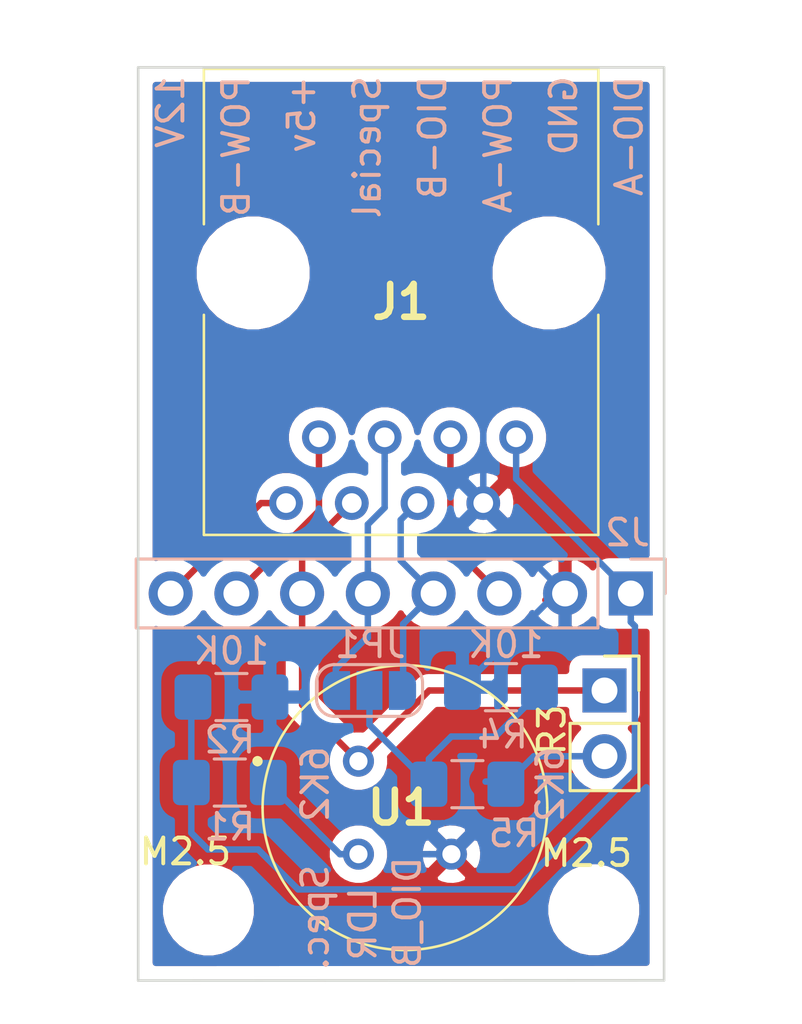
<source format=kicad_pcb>
(kicad_pcb (version 20171130) (host pcbnew "(5.1.4)-1")

  (general
    (thickness 1.6)
    (drawings 13)
    (tracks 68)
    (zones 0)
    (modules 11)
    (nets 12)
  )

  (page A4)
  (layers
    (0 F.Cu signal)
    (31 B.Cu signal)
    (32 B.Adhes user)
    (33 F.Adhes user)
    (34 B.Paste user)
    (35 F.Paste user)
    (36 B.SilkS user)
    (37 F.SilkS user)
    (38 B.Mask user)
    (39 F.Mask user)
    (40 Dwgs.User user)
    (41 Cmts.User user)
    (42 Eco1.User user)
    (43 Eco2.User user)
    (44 Edge.Cuts user)
    (45 Margin user)
    (46 B.CrtYd user)
    (47 F.CrtYd user)
    (48 B.Fab user)
    (49 F.Fab user)
  )

  (setup
    (last_trace_width 0.25)
    (trace_clearance 0.2)
    (zone_clearance 0.508)
    (zone_45_only no)
    (trace_min 0.2)
    (via_size 0.8)
    (via_drill 0.4)
    (via_min_size 0.4)
    (via_min_drill 0.3)
    (uvia_size 0.3)
    (uvia_drill 0.1)
    (uvias_allowed no)
    (uvia_min_size 0.2)
    (uvia_min_drill 0.1)
    (edge_width 0.05)
    (segment_width 0.2)
    (pcb_text_width 0.3)
    (pcb_text_size 1.5 1.5)
    (mod_edge_width 0.12)
    (mod_text_size 1 1)
    (mod_text_width 0.15)
    (pad_size 1.524 1.524)
    (pad_drill 0.762)
    (pad_to_mask_clearance 0.051)
    (solder_mask_min_width 0.25)
    (aux_axis_origin 0 0)
    (visible_elements FFFFFF7F)
    (pcbplotparams
      (layerselection 0x010fc_ffffffff)
      (usegerberextensions false)
      (usegerberattributes false)
      (usegerberadvancedattributes false)
      (creategerberjobfile false)
      (excludeedgelayer true)
      (linewidth 0.100000)
      (plotframeref false)
      (viasonmask false)
      (mode 1)
      (useauxorigin false)
      (hpglpennumber 1)
      (hpglpenspeed 20)
      (hpglpendiameter 15.000000)
      (psnegative false)
      (psa4output false)
      (plotreference true)
      (plotvalue true)
      (plotinvisibletext false)
      (padsonsilk false)
      (subtractmaskfromsilk false)
      (outputformat 1)
      (mirror false)
      (drillshape 0)
      (scaleselection 1)
      (outputdirectory "Plotted"))
  )

  (net 0 "")
  (net 1 +12V)
  (net 2 +5V)
  (net 3 Special)
  (net 4 DIO-B)
  (net 5 POW-A)
  (net 6 GND)
  (net 7 DIO-A)
  (net 8 LDR_Out)
  (net 9 "Net-(R1-Pad1)")
  (net 10 POW-B)
  (net 11 "Net-(R3-Pad2)")

  (net_class Default "This is the default net class."
    (clearance 0.2)
    (trace_width 0.25)
    (via_dia 0.8)
    (via_drill 0.4)
    (uvia_dia 0.3)
    (uvia_drill 0.1)
    (add_net +12V)
    (add_net +5V)
    (add_net DIO-A)
    (add_net DIO-B)
    (add_net GND)
    (add_net LDR_Out)
    (add_net "Net-(R1-Pad1)")
    (add_net "Net-(R3-Pad2)")
    (add_net POW-A)
    (add_net POW-B)
    (add_net Special)
  )

  (module SamacSys_Parts:AMN33111 (layer F.Cu) (tedit 0) (tstamp 6387EA4D)
    (at 70.757 81.407)
    (descr AMN33111-2)
    (tags "Undefined or Miscellaneous")
    (path /638777A0)
    (fp_text reference U1 (at 1.648 1.796) (layer F.SilkS)
      (effects (font (size 1.27 1.27) (thickness 0.254)))
    )
    (fp_text value AMN32111 (at 1.648 1.796) (layer F.SilkS) hide
      (effects (font (size 1.27 1.27) (thickness 0.254)))
    )
    (fp_arc (start -3.9 0) (end -3.9 0.1) (angle 180) (layer F.SilkS) (width 0.2))
    (fp_arc (start -3.9 0) (end -3.9 -0.1) (angle 180) (layer F.SilkS) (width 0.2))
    (fp_arc (start 1.796 1.796) (end 7.296 1.796) (angle 180) (layer F.SilkS) (width 0.1))
    (fp_arc (start 1.796 1.796) (end -3.704 1.796) (angle 180) (layer F.SilkS) (width 0.1))
    (fp_arc (start 1.796 1.796) (end 7.296 1.796) (angle 180) (layer F.Fab) (width 0.2))
    (fp_arc (start 1.796 1.796) (end -3.704 1.796) (angle 180) (layer F.Fab) (width 0.2))
    (fp_line (start -3.9 0.1) (end -3.9 0.1) (layer F.SilkS) (width 0.2))
    (fp_line (start -3.9 -0.1) (end -3.9 -0.1) (layer F.SilkS) (width 0.2))
    (fp_line (start 7.296 1.796) (end 7.296 1.796) (layer F.SilkS) (width 0.1))
    (fp_line (start -3.704 1.796) (end -3.704 1.796) (layer F.SilkS) (width 0.1))
    (fp_line (start 7.296 1.796) (end 7.296 1.796) (layer F.Fab) (width 0.2))
    (fp_line (start -3.704 1.796) (end -3.704 1.796) (layer F.Fab) (width 0.2))
    (fp_line (start -5 8.296) (end -5 -4.704) (layer F.CrtYd) (width 0.1))
    (fp_line (start 8.296 8.296) (end -5 8.296) (layer F.CrtYd) (width 0.1))
    (fp_line (start 8.296 -4.704) (end 8.296 8.296) (layer F.CrtYd) (width 0.1))
    (fp_line (start -5 -4.704) (end 8.296 -4.704) (layer F.CrtYd) (width 0.1))
    (fp_text user %R (at 1.648 1.796) (layer F.Fab)
      (effects (font (size 1.27 1.27) (thickness 0.254)))
    )
    (pad 3 thru_hole circle (at 3.592 3.592) (size 1.2 1.2) (drill 0.7) (layers *.Cu *.Mask)
      (net 6 GND))
    (pad 2 thru_hole circle (at 0 3.592) (size 1.2 1.2) (drill 0.7) (layers *.Cu *.Mask)
      (net 9 "Net-(R1-Pad1)"))
    (pad 1 thru_hole circle (at 0 0) (size 1.2 1.2) (drill 0.7) (layers *.Cu *.Mask)
      (net 2 +5V))
    (model "C:\\Users\\dt17201\\OneDrive - University of Bristol\\Documents\\Kicad\\SamacSys_Parts.3dshapes\\AMN32111.stp"
      (at (xyz 0 0 0))
      (scale (xyz 1 1 1))
      (rotate (xyz 0 0 0))
    )
  )

  (module Resistor_SMD:R_1206_3216Metric_Pad1.42x1.75mm_HandSolder (layer B.Cu) (tedit 5B301BBD) (tstamp 63881A1B)
    (at 74.9665 82.296 180)
    (descr "Resistor SMD 1206 (3216 Metric), square (rectangular) end terminal, IPC_7351 nominal with elongated pad for handsoldering. (Body size source: http://www.tortai-tech.com/upload/download/2011102023233369053.pdf), generated with kicad-footprint-generator")
    (tags "resistor handsolder")
    (path /638D19ED)
    (attr smd)
    (fp_text reference R5 (at -1.805 -1.905) (layer B.SilkS)
      (effects (font (size 1 1) (thickness 0.15)) (justify mirror))
    )
    (fp_text value 6K2 (at -3.202 0 90) (layer B.SilkS)
      (effects (font (size 1 1) (thickness 0.15)) (justify mirror))
    )
    (fp_text user %R (at 0 0) (layer B.Fab)
      (effects (font (size 0.8 0.8) (thickness 0.12)) (justify mirror))
    )
    (fp_line (start 2.45 -1.12) (end -2.45 -1.12) (layer B.CrtYd) (width 0.05))
    (fp_line (start 2.45 1.12) (end 2.45 -1.12) (layer B.CrtYd) (width 0.05))
    (fp_line (start -2.45 1.12) (end 2.45 1.12) (layer B.CrtYd) (width 0.05))
    (fp_line (start -2.45 -1.12) (end -2.45 1.12) (layer B.CrtYd) (width 0.05))
    (fp_line (start -0.602064 -0.91) (end 0.602064 -0.91) (layer B.SilkS) (width 0.12))
    (fp_line (start -0.602064 0.91) (end 0.602064 0.91) (layer B.SilkS) (width 0.12))
    (fp_line (start 1.6 -0.8) (end -1.6 -0.8) (layer B.Fab) (width 0.1))
    (fp_line (start 1.6 0.8) (end 1.6 -0.8) (layer B.Fab) (width 0.1))
    (fp_line (start -1.6 0.8) (end 1.6 0.8) (layer B.Fab) (width 0.1))
    (fp_line (start -1.6 -0.8) (end -1.6 0.8) (layer B.Fab) (width 0.1))
    (pad 2 smd roundrect (at 1.4875 0 180) (size 1.425 1.75) (layers B.Cu B.Paste B.Mask) (roundrect_rratio 0.175439)
      (net 8 LDR_Out))
    (pad 1 smd roundrect (at -1.4875 0 180) (size 1.425 1.75) (layers B.Cu B.Paste B.Mask) (roundrect_rratio 0.175439)
      (net 11 "Net-(R3-Pad2)"))
    (model ${KISYS3DMOD}/Resistor_SMD.3dshapes/R_1206_3216Metric.wrl
      (at (xyz 0 0 0))
      (scale (xyz 1 1 1))
      (rotate (xyz 0 0 0))
    )
  )

  (module SamacSys_Parts:54601908WPLF (layer F.Cu) (tedit 0) (tstamp 6387B847)
    (at 76.85 68.8975 180)
    (descr 54601-908WPLF-1)
    (tags Connector)
    (path /63878ED4)
    (fp_text reference J1 (at 4.445 5.23) (layer F.SilkS)
      (effects (font (size 1.27 1.27) (thickness 0.254)))
    )
    (fp_text value 54601-908WPLF (at 4.445 5.23) (layer F.SilkS) hide
      (effects (font (size 1.27 1.27) (thickness 0.254)))
    )
    (fp_line (start 12.065 14.23) (end 12.065 8.23) (layer F.SilkS) (width 0.1))
    (fp_line (start -3.175 14.23) (end 12.065 14.23) (layer F.SilkS) (width 0.1))
    (fp_line (start -3.175 8.23) (end -3.175 14.23) (layer F.SilkS) (width 0.1))
    (fp_line (start 12.065 -3.77) (end 12.065 4.73) (layer F.SilkS) (width 0.1))
    (fp_line (start -3.175 -3.77) (end 12.065 -3.77) (layer F.SilkS) (width 0.1))
    (fp_line (start -3.175 4.73) (end -3.175 -3.77) (layer F.SilkS) (width 0.1))
    (fp_line (start -4.175 15.23) (end -4.175 -4.77) (layer F.CrtYd) (width 0.1))
    (fp_line (start 13.065 15.23) (end -4.175 15.23) (layer F.CrtYd) (width 0.1))
    (fp_line (start 13.065 -4.77) (end 13.065 15.23) (layer F.CrtYd) (width 0.1))
    (fp_line (start -4.175 -4.77) (end 13.065 -4.77) (layer F.CrtYd) (width 0.1))
    (fp_line (start -3.175 14.23) (end -3.175 -3.77) (layer F.Fab) (width 0.2))
    (fp_line (start 12.065 14.23) (end -3.175 14.23) (layer F.Fab) (width 0.2))
    (fp_line (start 12.065 -3.77) (end 12.065 14.23) (layer F.Fab) (width 0.2))
    (fp_line (start -3.175 -3.77) (end 12.065 -3.77) (layer F.Fab) (width 0.2))
    (fp_text user %R (at 4.445 5.23) (layer F.Fab)
      (effects (font (size 1.27 1.27) (thickness 0.254)))
    )
    (pad MH2 np_thru_hole circle (at 10.161 6.35 180) (size 3.35 0) (drill 3.35) (layers *.Cu *.Mask))
    (pad MH1 np_thru_hole circle (at -1.271 6.35 180) (size 3.35 0) (drill 3.35) (layers *.Cu *.Mask))
    (pad 8 thru_hole circle (at 8.89 -2.54 180) (size 1.303 1.303) (drill 0.76) (layers *.Cu *.Mask)
      (net 1 +12V))
    (pad 7 thru_hole circle (at 7.62 0 180) (size 1.303 1.303) (drill 0.76) (layers *.Cu *.Mask)
      (net 10 POW-B))
    (pad 6 thru_hole circle (at 6.35 -2.54 180) (size 1.303 1.303) (drill 0.76) (layers *.Cu *.Mask)
      (net 2 +5V))
    (pad 5 thru_hole circle (at 5.08 0 180) (size 1.303 1.303) (drill 0.76) (layers *.Cu *.Mask)
      (net 3 Special))
    (pad 4 thru_hole circle (at 3.81 -2.54 180) (size 1.303 1.303) (drill 0.76) (layers *.Cu *.Mask)
      (net 4 DIO-B))
    (pad 3 thru_hole circle (at 2.54 0 180) (size 1.303 1.303) (drill 0.76) (layers *.Cu *.Mask)
      (net 5 POW-A))
    (pad 2 thru_hole circle (at 1.27 -2.54 180) (size 1.303 1.303) (drill 0.76) (layers *.Cu *.Mask)
      (net 6 GND))
    (pad 1 thru_hole circle (at 0 0 180) (size 1.303 1.303) (drill 0.76) (layers *.Cu *.Mask)
      (net 7 DIO-A))
    (model "C:\\Users\\dt17201\\OneDrive - University of Bristol\\Documents\\Kicad\\SamacSys_Parts.3dshapes\\54601-908WPLF.stp"
      (offset (xyz 4.449999742432738 -14.2299993285232 11.4999998272873))
      (scale (xyz 1 1 1))
      (rotate (xyz -180 0 0))
    )
  )

  (module Resistor_SMD:R_1206_3216Metric_Pad1.42x1.75mm_HandSolder (layer B.Cu) (tedit 5B301BBD) (tstamp 6387D478)
    (at 76.2635 78.5495 180)
    (descr "Resistor SMD 1206 (3216 Metric), square (rectangular) end terminal, IPC_7351 nominal with elongated pad for handsoldering. (Body size source: http://www.tortai-tech.com/upload/download/2011102023233369053.pdf), generated with kicad-footprint-generator")
    (tags "resistor handsolder")
    (path /63876AE4)
    (attr smd)
    (fp_text reference R4 (at -0.0635 -1.8415 180) (layer B.SilkS)
      (effects (font (size 1 1) (thickness 0.15)) (justify mirror))
    )
    (fp_text value 10K (at -0.1905 1.651 180) (layer B.SilkS)
      (effects (font (size 1 1) (thickness 0.15)) (justify mirror))
    )
    (fp_text user %R (at 0 0 180) (layer B.Fab)
      (effects (font (size 0.8 0.8) (thickness 0.12)) (justify mirror))
    )
    (fp_line (start 2.45 -1.12) (end -2.45 -1.12) (layer B.CrtYd) (width 0.05))
    (fp_line (start 2.45 1.12) (end 2.45 -1.12) (layer B.CrtYd) (width 0.05))
    (fp_line (start -2.45 1.12) (end 2.45 1.12) (layer B.CrtYd) (width 0.05))
    (fp_line (start -2.45 -1.12) (end -2.45 1.12) (layer B.CrtYd) (width 0.05))
    (fp_line (start -0.602064 -0.91) (end 0.602064 -0.91) (layer B.SilkS) (width 0.12))
    (fp_line (start -0.602064 0.91) (end 0.602064 0.91) (layer B.SilkS) (width 0.12))
    (fp_line (start 1.6 -0.8) (end -1.6 -0.8) (layer B.Fab) (width 0.1))
    (fp_line (start 1.6 0.8) (end 1.6 -0.8) (layer B.Fab) (width 0.1))
    (fp_line (start -1.6 0.8) (end 1.6 0.8) (layer B.Fab) (width 0.1))
    (fp_line (start -1.6 -0.8) (end -1.6 0.8) (layer B.Fab) (width 0.1))
    (pad 2 smd roundrect (at 1.4875 0 180) (size 1.425 1.75) (layers B.Cu B.Paste B.Mask) (roundrect_rratio 0.175439)
      (net 6 GND))
    (pad 1 smd roundrect (at -1.4875 0 180) (size 1.425 1.75) (layers B.Cu B.Paste B.Mask) (roundrect_rratio 0.175439)
      (net 8 LDR_Out))
    (model ${KISYS3DMOD}/Resistor_SMD.3dshapes/R_1206_3216Metric.wrl
      (at (xyz 0 0 0))
      (scale (xyz 1 1 1))
      (rotate (xyz 0 0 0))
    )
  )

  (module Resistor_SMD:R_1206_3216Metric_Pad1.42x1.75mm_HandSolder (layer B.Cu) (tedit 5B301BBD) (tstamp 63880222)
    (at 65.8495 78.9305)
    (descr "Resistor SMD 1206 (3216 Metric), square (rectangular) end terminal, IPC_7351 nominal with elongated pad for handsoldering. (Body size source: http://www.tortai-tech.com/upload/download/2011102023233369053.pdf), generated with kicad-footprint-generator")
    (tags "resistor handsolder")
    (path /638881D8)
    (attr smd)
    (fp_text reference R2 (at -0.0635 1.651) (layer B.SilkS)
      (effects (font (size 1 1) (thickness 0.15)) (justify mirror))
    )
    (fp_text value 10K (at 0 -1.778 180) (layer B.SilkS)
      (effects (font (size 1 1) (thickness 0.15)) (justify mirror))
    )
    (fp_text user %R (at 0 0) (layer B.Fab)
      (effects (font (size 0.8 0.8) (thickness 0.12)) (justify mirror))
    )
    (fp_line (start 2.45 -1.12) (end -2.45 -1.12) (layer B.CrtYd) (width 0.05))
    (fp_line (start 2.45 1.12) (end 2.45 -1.12) (layer B.CrtYd) (width 0.05))
    (fp_line (start -2.45 1.12) (end 2.45 1.12) (layer B.CrtYd) (width 0.05))
    (fp_line (start -2.45 -1.12) (end -2.45 1.12) (layer B.CrtYd) (width 0.05))
    (fp_line (start -0.602064 -0.91) (end 0.602064 -0.91) (layer B.SilkS) (width 0.12))
    (fp_line (start -0.602064 0.91) (end 0.602064 0.91) (layer B.SilkS) (width 0.12))
    (fp_line (start 1.6 -0.8) (end -1.6 -0.8) (layer B.Fab) (width 0.1))
    (fp_line (start 1.6 0.8) (end 1.6 -0.8) (layer B.Fab) (width 0.1))
    (fp_line (start -1.6 0.8) (end 1.6 0.8) (layer B.Fab) (width 0.1))
    (fp_line (start -1.6 -0.8) (end -1.6 0.8) (layer B.Fab) (width 0.1))
    (pad 2 smd roundrect (at 1.4875 0) (size 1.425 1.75) (layers B.Cu B.Paste B.Mask) (roundrect_rratio 0.175439)
      (net 6 GND))
    (pad 1 smd roundrect (at -1.4875 0) (size 1.425 1.75) (layers B.Cu B.Paste B.Mask) (roundrect_rratio 0.175439)
      (net 7 DIO-A))
    (model ${KISYS3DMOD}/Resistor_SMD.3dshapes/R_1206_3216Metric.wrl
      (at (xyz 0 0 0))
      (scale (xyz 1 1 1))
      (rotate (xyz 0 0 0))
    )
  )

  (module Resistor_SMD:R_1206_3216Metric_Pad1.42x1.75mm_HandSolder (layer B.Cu) (tedit 5B301BBD) (tstamp 6387F909)
    (at 65.786 82.2325 180)
    (descr "Resistor SMD 1206 (3216 Metric), square (rectangular) end terminal, IPC_7351 nominal with elongated pad for handsoldering. (Body size source: http://www.tortai-tech.com/upload/download/2011102023233369053.pdf), generated with kicad-footprint-generator")
    (tags "resistor handsolder")
    (path /638764CA)
    (attr smd)
    (fp_text reference R1 (at 0 -1.7145 180) (layer B.SilkS)
      (effects (font (size 1 1) (thickness 0.15)) (justify mirror))
    )
    (fp_text value 6K2 (at -3.302 -0.0635 270) (layer B.SilkS)
      (effects (font (size 1 1) (thickness 0.15)) (justify mirror))
    )
    (fp_text user %R (at 0 0 180) (layer B.Fab)
      (effects (font (size 0.8 0.8) (thickness 0.12)) (justify mirror))
    )
    (fp_line (start 2.45 -1.12) (end -2.45 -1.12) (layer B.CrtYd) (width 0.05))
    (fp_line (start 2.45 1.12) (end 2.45 -1.12) (layer B.CrtYd) (width 0.05))
    (fp_line (start -2.45 1.12) (end 2.45 1.12) (layer B.CrtYd) (width 0.05))
    (fp_line (start -2.45 -1.12) (end -2.45 1.12) (layer B.CrtYd) (width 0.05))
    (fp_line (start -0.602064 -0.91) (end 0.602064 -0.91) (layer B.SilkS) (width 0.12))
    (fp_line (start -0.602064 0.91) (end 0.602064 0.91) (layer B.SilkS) (width 0.12))
    (fp_line (start 1.6 -0.8) (end -1.6 -0.8) (layer B.Fab) (width 0.1))
    (fp_line (start 1.6 0.8) (end 1.6 -0.8) (layer B.Fab) (width 0.1))
    (fp_line (start -1.6 0.8) (end 1.6 0.8) (layer B.Fab) (width 0.1))
    (fp_line (start -1.6 -0.8) (end -1.6 0.8) (layer B.Fab) (width 0.1))
    (pad 2 smd roundrect (at 1.4875 0 180) (size 1.425 1.75) (layers B.Cu B.Paste B.Mask) (roundrect_rratio 0.175439)
      (net 7 DIO-A))
    (pad 1 smd roundrect (at -1.4875 0 180) (size 1.425 1.75) (layers B.Cu B.Paste B.Mask) (roundrect_rratio 0.175439)
      (net 9 "Net-(R1-Pad1)"))
    (model ${KISYS3DMOD}/Resistor_SMD.3dshapes/R_1206_3216Metric.wrl
      (at (xyz 0 0 0))
      (scale (xyz 1 1 1))
      (rotate (xyz 0 0 0))
    )
  )

  (module MountingHole:MountingHole_2.5mm (layer F.Cu) (tedit 56D1B4CB) (tstamp 6387FCB2)
    (at 64.9605 87.155)
    (descr "Mounting Hole 2.5mm, no annular")
    (tags "mounting hole 2.5mm no annular")
    (attr virtual)
    (fp_text reference M2.5 (at -0.889 -2.2555) (layer F.SilkS)
      (effects (font (size 1 1) (thickness 0.15)))
    )
    (fp_text value MountingHole_2.5mm (at 0 3.5) (layer F.Fab)
      (effects (font (size 1 1) (thickness 0.15)))
    )
    (fp_circle (center 0 0) (end 2.75 0) (layer F.CrtYd) (width 0.05))
    (fp_circle (center 0 0) (end 2.5 0) (layer Cmts.User) (width 0.15))
    (fp_text user %R (at 0.3 0) (layer F.Fab)
      (effects (font (size 1 1) (thickness 0.15)))
    )
    (pad 1 np_thru_hole circle (at 0 0) (size 2.5 2.5) (drill 2.5) (layers *.Cu *.Mask))
  )

  (module MountingHole:MountingHole_2.5mm (layer F.Cu) (tedit 56D1B4CB) (tstamp 6387E6FC)
    (at 79.8495 87.1465)
    (descr "Mounting Hole 2.5mm, no annular")
    (tags "mounting hole 2.5mm no annular")
    (attr virtual)
    (fp_text reference M2.5 (at -0.284 -2.1835) (layer F.SilkS)
      (effects (font (size 1 1) (thickness 0.15)))
    )
    (fp_text value MountingHole_2.5mm (at 0 3.5) (layer F.Fab)
      (effects (font (size 1 1) (thickness 0.15)))
    )
    (fp_circle (center 0 0) (end 2.75 0) (layer F.CrtYd) (width 0.05))
    (fp_circle (center 0 0) (end 2.5 0) (layer Cmts.User) (width 0.15))
    (fp_text user %R (at 0.3 0) (layer F.Fab)
      (effects (font (size 1 1) (thickness 0.15)))
    )
    (pad 1 np_thru_hole circle (at 0 0) (size 2.5 2.5) (drill 2.5) (layers *.Cu *.Mask))
  )

  (module Connector_PinSocket_2.54mm:PinSocket_1x08_P2.54mm_Vertical (layer B.Cu) (tedit 5A19A420) (tstamp 6387B589)
    (at 81.28 74.93 90)
    (descr "Through hole straight socket strip, 1x08, 2.54mm pitch, single row (from Kicad 4.0.7), script generated")
    (tags "Through hole socket strip THT 1x08 2.54mm single row")
    (path /6389E408)
    (fp_text reference J2 (at 2.3495 -0.127) (layer B.SilkS)
      (effects (font (size 1 1) (thickness 0.15)) (justify mirror))
    )
    (fp_text value Conn_01x08_Female (at 0 -20.55 -90) (layer B.Fab)
      (effects (font (size 1 1) (thickness 0.15)) (justify mirror))
    )
    (fp_text user %R (at 0 -8.89) (layer B.Fab)
      (effects (font (size 1 1) (thickness 0.15)) (justify mirror))
    )
    (fp_line (start -1.8 -19.55) (end -1.8 1.8) (layer B.CrtYd) (width 0.05))
    (fp_line (start 1.75 -19.55) (end -1.8 -19.55) (layer B.CrtYd) (width 0.05))
    (fp_line (start 1.75 1.8) (end 1.75 -19.55) (layer B.CrtYd) (width 0.05))
    (fp_line (start -1.8 1.8) (end 1.75 1.8) (layer B.CrtYd) (width 0.05))
    (fp_line (start 0 1.33) (end 1.33 1.33) (layer B.SilkS) (width 0.12))
    (fp_line (start 1.33 1.33) (end 1.33 0) (layer B.SilkS) (width 0.12))
    (fp_line (start 1.33 -1.27) (end 1.33 -19.11) (layer B.SilkS) (width 0.12))
    (fp_line (start -1.33 -19.11) (end 1.33 -19.11) (layer B.SilkS) (width 0.12))
    (fp_line (start -1.33 -1.27) (end -1.33 -19.11) (layer B.SilkS) (width 0.12))
    (fp_line (start -1.33 -1.27) (end 1.33 -1.27) (layer B.SilkS) (width 0.12))
    (fp_line (start -1.27 -19.05) (end -1.27 1.27) (layer B.Fab) (width 0.1))
    (fp_line (start 1.27 -19.05) (end -1.27 -19.05) (layer B.Fab) (width 0.1))
    (fp_line (start 1.27 0.635) (end 1.27 -19.05) (layer B.Fab) (width 0.1))
    (fp_line (start 0.635 1.27) (end 1.27 0.635) (layer B.Fab) (width 0.1))
    (fp_line (start -1.27 1.27) (end 0.635 1.27) (layer B.Fab) (width 0.1))
    (pad 8 thru_hole oval (at 0 -17.78 90) (size 1.7 1.7) (drill 1) (layers *.Cu *.Mask)
      (net 1 +12V))
    (pad 7 thru_hole oval (at 0 -15.24 90) (size 1.7 1.7) (drill 1) (layers *.Cu *.Mask)
      (net 10 POW-B))
    (pad 6 thru_hole oval (at 0 -12.7 90) (size 1.7 1.7) (drill 1) (layers *.Cu *.Mask)
      (net 2 +5V))
    (pad 5 thru_hole oval (at 0 -10.16 90) (size 1.7 1.7) (drill 1) (layers *.Cu *.Mask)
      (net 3 Special))
    (pad 4 thru_hole oval (at 0 -7.62 90) (size 1.7 1.7) (drill 1) (layers *.Cu *.Mask)
      (net 4 DIO-B))
    (pad 3 thru_hole oval (at 0 -5.08 90) (size 1.7 1.7) (drill 1) (layers *.Cu *.Mask)
      (net 5 POW-A))
    (pad 2 thru_hole oval (at 0 -2.54 90) (size 1.7 1.7) (drill 1) (layers *.Cu *.Mask)
      (net 6 GND))
    (pad 1 thru_hole rect (at 0 0 90) (size 1.7 1.7) (drill 1) (layers *.Cu *.Mask)
      (net 7 DIO-A))
    (model ${KISYS3DMOD}/Connector_PinSocket_2.54mm.3dshapes/PinSocket_1x08_P2.54mm_Vertical.wrl
      (at (xyz 0 0 0))
      (scale (xyz 1 1 1))
      (rotate (xyz 0 0 0))
    )
  )

  (module Connector_PinSocket_2.54mm:PinSocket_1x02_P2.54mm_Vertical (layer F.Cu) (tedit 5A19A420) (tstamp 6387E920)
    (at 80.264 78.6765)
    (descr "Through hole straight socket strip, 1x02, 2.54mm pitch, single row (from Kicad 4.0.7), script generated")
    (tags "Through hole socket strip THT 1x02 2.54mm single row")
    (path /638758EA)
    (fp_text reference R3 (at -2.032 1.524 90) (layer F.SilkS)
      (effects (font (size 1 1) (thickness 0.15)))
    )
    (fp_text value LDR03 (at 0 5.31) (layer F.Fab)
      (effects (font (size 1 1) (thickness 0.15)))
    )
    (fp_text user %R (at 0 1.27 90) (layer F.Fab)
      (effects (font (size 1 1) (thickness 0.15)))
    )
    (fp_line (start -1.8 4.3) (end -1.8 -1.8) (layer F.CrtYd) (width 0.05))
    (fp_line (start 1.75 4.3) (end -1.8 4.3) (layer F.CrtYd) (width 0.05))
    (fp_line (start 1.75 -1.8) (end 1.75 4.3) (layer F.CrtYd) (width 0.05))
    (fp_line (start -1.8 -1.8) (end 1.75 -1.8) (layer F.CrtYd) (width 0.05))
    (fp_line (start 0 -1.33) (end 1.33 -1.33) (layer F.SilkS) (width 0.12))
    (fp_line (start 1.33 -1.33) (end 1.33 0) (layer F.SilkS) (width 0.12))
    (fp_line (start 1.33 1.27) (end 1.33 3.87) (layer F.SilkS) (width 0.12))
    (fp_line (start -1.33 3.87) (end 1.33 3.87) (layer F.SilkS) (width 0.12))
    (fp_line (start -1.33 1.27) (end -1.33 3.87) (layer F.SilkS) (width 0.12))
    (fp_line (start -1.33 1.27) (end 1.33 1.27) (layer F.SilkS) (width 0.12))
    (fp_line (start -1.27 3.81) (end -1.27 -1.27) (layer F.Fab) (width 0.1))
    (fp_line (start 1.27 3.81) (end -1.27 3.81) (layer F.Fab) (width 0.1))
    (fp_line (start 1.27 -0.635) (end 1.27 3.81) (layer F.Fab) (width 0.1))
    (fp_line (start 0.635 -1.27) (end 1.27 -0.635) (layer F.Fab) (width 0.1))
    (fp_line (start -1.27 -1.27) (end 0.635 -1.27) (layer F.Fab) (width 0.1))
    (pad 2 thru_hole oval (at 0 2.54) (size 1.7 1.7) (drill 1) (layers *.Cu *.Mask)
      (net 11 "Net-(R3-Pad2)"))
    (pad 1 thru_hole rect (at 0 0) (size 1.7 1.7) (drill 1) (layers *.Cu *.Mask)
      (net 2 +5V))
    (model ${KISYS3DMOD}/Connector_PinSocket_2.54mm.3dshapes/PinSocket_1x02_P2.54mm_Vertical.wrl
      (at (xyz 0 0 0))
      (scale (xyz 1 1 1))
      (rotate (xyz 0 0 0))
    )
  )

  (module Jumper:SolderJumper-3_P1.3mm_Open_RoundedPad1.0x1.5mm_NumberLabels (layer B.Cu) (tedit 5B391ED1) (tstamp 63881E76)
    (at 71.1835 78.6765)
    (descr "SMD Solder 3-pad Jumper, 1x1.5mm rounded Pads, 0.3mm gap, open, labeled with numbers")
    (tags "solder jumper open")
    (path /6388D09E)
    (attr virtual)
    (fp_text reference JP1 (at 0.03 -1.778) (layer B.SilkS)
      (effects (font (size 1 1) (thickness 0.15)) (justify mirror))
    )
    (fp_text value SolderJumper_3_Open (at 0 -1.9) (layer B.Fab)
      (effects (font (size 1 1) (thickness 0.15)) (justify mirror))
    )
    (fp_arc (start -1.35 0.3) (end -1.35 1) (angle 90) (layer B.SilkS) (width 0.12))
    (fp_arc (start -1.35 -0.3) (end -2.05 -0.3) (angle 90) (layer B.SilkS) (width 0.12))
    (fp_arc (start 1.35 -0.3) (end 1.35 -1) (angle 90) (layer B.SilkS) (width 0.12))
    (fp_arc (start 1.35 0.3) (end 2.05 0.3) (angle 90) (layer B.SilkS) (width 0.12))
    (fp_line (start 2.3 -1.25) (end -2.3 -1.25) (layer B.CrtYd) (width 0.05))
    (fp_line (start 2.3 -1.25) (end 2.3 1.25) (layer B.CrtYd) (width 0.05))
    (fp_line (start -2.3 1.25) (end -2.3 -1.25) (layer B.CrtYd) (width 0.05))
    (fp_line (start -2.3 1.25) (end 2.3 1.25) (layer B.CrtYd) (width 0.05))
    (fp_line (start -1.4 1) (end 1.4 1) (layer B.SilkS) (width 0.12))
    (fp_line (start 2.05 0.3) (end 2.05 -0.3) (layer B.SilkS) (width 0.12))
    (fp_line (start 1.4 -1) (end -1.4 -1) (layer B.SilkS) (width 0.12))
    (fp_line (start -2.05 -0.3) (end -2.05 0.3) (layer B.SilkS) (width 0.12))
    (fp_text user Spec. (at -2.0955 8.763 90) (layer B.SilkS)
      (effects (font (size 1 1) (thickness 0.15)) (justify mirror))
    )
    (fp_text user DIO_B (at 1.4605 8.5725 90) (layer B.SilkS)
      (effects (font (size 1 1) (thickness 0.15)) (justify mirror))
    )
    (pad 2 smd rect (at 0 0) (size 1 1.5) (layers B.Cu B.Mask)
      (net 8 LDR_Out))
    (pad 3 smd custom (at 1.3 0) (size 1 0.5) (layers B.Cu B.Mask)
      (net 4 DIO-B) (zone_connect 2)
      (options (clearance outline) (anchor rect))
      (primitives
        (gr_circle (center 0 -0.25) (end 0.5 -0.25) (width 0))
        (gr_circle (center 0 0.25) (end 0.5 0.25) (width 0))
        (gr_poly (pts
           (xy -0.55 0.75) (xy 0 0.75) (xy 0 -0.75) (xy -0.55 -0.75)) (width 0))
      ))
    (pad 1 smd custom (at -1.3 0) (size 1 0.5) (layers B.Cu B.Mask)
      (net 3 Special) (zone_connect 2)
      (options (clearance outline) (anchor rect))
      (primitives
        (gr_circle (center 0 -0.25) (end 0.5 -0.25) (width 0))
        (gr_circle (center 0 0.25) (end 0.5 0.25) (width 0))
        (gr_poly (pts
           (xy 0.55 0.75) (xy 0 0.75) (xy 0 -0.75) (xy 0.55 -0.75)) (width 0))
      ))
  )

  (gr_text LDR (at 70.9295 87.6935 90) (layer B.SilkS) (tstamp 6388116D)
    (effects (font (size 1 1) (thickness 0.15)) (justify mirror))
  )
  (gr_text "DIO-A\n" (at 81.2165 57.261167 90) (layer B.SilkS) (tstamp 6388116D)
    (effects (font (size 1 1) (thickness 0.15)) (justify mirror))
  )
  (gr_text GND (at 78.685568 56.475453 90) (layer B.SilkS) (tstamp 6388116D)
    (effects (font (size 1 1) (thickness 0.15)) (justify mirror))
  )
  (gr_text POW-A (at 76.15464 57.5945 90) (layer B.SilkS) (tstamp 6388116D)
    (effects (font (size 1 1) (thickness 0.15)) (justify mirror))
  )
  (gr_text DIO-B (at 73.623712 57.332596 90) (layer B.SilkS) (tstamp 6388116D)
    (effects (font (size 1 1) (thickness 0.15)) (justify mirror))
  )
  (gr_text Special (at 71.092784 57.689738 90) (layer B.SilkS) (tstamp 6388116D)
    (effects (font (size 1 1) (thickness 0.15)) (justify mirror))
  )
  (gr_text +5v (at 68.561856 56.427834 90) (layer B.SilkS) (tstamp 6388116D)
    (effects (font (size 1 1) (thickness 0.15)) (justify mirror))
  )
  (gr_text POW-B (at 66.030928 57.665929 90) (layer B.SilkS) (tstamp 6388116D)
    (effects (font (size 1 1) (thickness 0.15)) (justify mirror))
  )
  (gr_text 12V (at 63.5 56.332596 90) (layer B.SilkS)
    (effects (font (size 1 1) (thickness 0.15)) (justify mirror))
  )
  (gr_line (start 62.245 89.88) (end 82.565 89.8715) (layer Edge.Cuts) (width 0.1) (tstamp 6387D4E7))
  (gr_line (start 82.565 54.61) (end 82.565 89.8715) (layer Edge.Cuts) (width 0.1) (tstamp 6387D4E4))
  (gr_line (start 62.245 54.61) (end 62.245 89.88) (layer Edge.Cuts) (width 0.1) (tstamp 6387B479))
  (gr_line (start 62.245 54.61) (end 82.565 54.61) (layer Edge.Cuts) (width 0.1) (tstamp 6387B7EE))

  (segment (start 66.9925 71.4375) (end 67.96 71.4375) (width 0.25) (layer F.Cu) (net 1))
  (segment (start 63.5 74.93) (end 66.9925 71.4375) (width 0.25) (layer F.Cu) (net 1))
  (segment (start 68.834 74.93) (end 68.58 75.184) (width 0.25) (layer F.Cu) (net 2))
  (segment (start 68.58 73.3575) (end 68.58 74.93) (width 0.25) (layer F.Cu) (net 2))
  (segment (start 70.5 71.4375) (end 68.58 73.3575) (width 0.25) (layer F.Cu) (net 2))
  (segment (start 68.58 79.23) (end 70.757 81.407) (width 0.25) (layer F.Cu) (net 2))
  (segment (start 68.58 74.93) (end 68.58 79.23) (width 0.25) (layer F.Cu) (net 2))
  (segment (start 73.4875 78.6765) (end 70.757 81.407) (width 0.25) (layer F.Cu) (net 2))
  (segment (start 80.264 78.6765) (end 73.4875 78.6765) (width 0.25) (layer F.Cu) (net 2))
  (segment (start 71.12 73.981919) (end 71.12 75.184) (width 0.25) (layer F.Cu) (net 3))
  (segment (start 71.77 69.81886) (end 71.77 68.8975) (width 0.25) (layer B.Cu) (net 3))
  (segment (start 71.77 71.612722) (end 71.77 69.81886) (width 0.25) (layer B.Cu) (net 3))
  (segment (start 71.12 72.262722) (end 71.77 71.612722) (width 0.25) (layer B.Cu) (net 3))
  (segment (start 71.12 74.93) (end 71.12 72.262722) (width 0.25) (layer B.Cu) (net 3))
  (segment (start 71.067908 76.6445) (end 71.12 76.6445) (width 0.25) (layer B.Cu) (net 3))
  (segment (start 69.8835 77.828908) (end 71.067908 76.6445) (width 0.25) (layer B.Cu) (net 3))
  (segment (start 69.8835 78.6765) (end 69.8835 77.828908) (width 0.25) (layer B.Cu) (net 3))
  (segment (start 71.12 76.6445) (end 71.12 74.93) (width 0.25) (layer B.Cu) (net 3))
  (segment (start 73.025 75.565) (end 73.66 74.93) (width 0.25) (layer B.Cu) (net 4))
  (segment (start 72.810001 74.080001) (end 73.66 74.93) (width 0.25) (layer B.Cu) (net 4))
  (segment (start 72.388501 73.658501) (end 72.810001 74.080001) (width 0.25) (layer B.Cu) (net 4))
  (segment (start 72.388501 72.088999) (end 72.388501 73.658501) (width 0.25) (layer B.Cu) (net 4))
  (segment (start 73.04 71.4375) (end 72.388501 72.088999) (width 0.25) (layer B.Cu) (net 4))
  (segment (start 72.4835 76.1065) (end 73.66 74.93) (width 0.25) (layer B.Cu) (net 4))
  (segment (start 72.4835 78.6765) (end 72.4835 76.1065) (width 0.25) (layer B.Cu) (net 4))
  (segment (start 74.31 73.04) (end 76.2 74.93) (width 0.25) (layer F.Cu) (net 5))
  (segment (start 74.31 68.8975) (end 74.31 73.04) (width 0.25) (layer F.Cu) (net 5))
  (segment (start 77.978 75.184) (end 78.74 75.184) (width 0.25) (layer F.Cu) (net 6))
  (segment (start 75.58 71.77) (end 75.58 71.4375) (width 0.25) (layer B.Cu) (net 6))
  (segment (start 78.74 74.93) (end 75.58 71.77) (width 0.25) (layer B.Cu) (net 6))
  (segment (start 73.500472 84.999) (end 74.349 84.999) (width 0.25) (layer B.Cu) (net 6))
  (segment (start 72.4305 84.999) (end 73.500472 84.999) (width 0.25) (layer B.Cu) (net 6))
  (segment (start 67.337 79.9055) (end 72.4305 84.999) (width 0.25) (layer B.Cu) (net 6))
  (segment (start 67.337 78.9305) (end 67.337 79.9055) (width 0.25) (layer B.Cu) (net 6))
  (segment (start 75.58 71.4375) (end 75.58 67.1345) (width 0.25) (layer B.Cu) (net 6))
  (segment (start 78.3955 74.93) (end 78.74 74.93) (width 0.25) (layer B.Cu) (net 6))
  (segment (start 74.776 78.5495) (end 78.3955 74.93) (width 0.25) (layer B.Cu) (net 6))
  (segment (start 81.28 74.676) (end 81.28 75.184) (width 0.25) (layer F.Cu) (net 7))
  (segment (start 81.026 74.93) (end 81.28 75.184) (width 0.25) (layer F.Cu) (net 7))
  (segment (start 67.337 82.169) (end 67.2735 82.2325) (width 0.25) (layer B.Cu) (net 9))
  (segment (start 64.2985 78.994) (end 64.362 78.9305) (width 0.25) (layer B.Cu) (net 7))
  (segment (start 64.2985 82.2325) (end 64.2985 78.994) (width 0.25) (layer B.Cu) (net 7))
  (segment (start 76.85 70.5) (end 81.28 74.93) (width 0.25) (layer B.Cu) (net 7))
  (segment (start 76.85 68.8975) (end 76.85 70.5) (width 0.25) (layer B.Cu) (net 7))
  (segment (start 81.439001 81.780501) (end 76.859502 86.36) (width 0.25) (layer B.Cu) (net 7))
  (segment (start 81.439001 76.189001) (end 81.439001 81.780501) (width 0.25) (layer B.Cu) (net 7))
  (segment (start 81.28 74.93) (end 81.28 76.03) (width 0.25) (layer B.Cu) (net 7))
  (segment (start 81.28 76.03) (end 81.439001 76.189001) (width 0.25) (layer B.Cu) (net 7))
  (segment (start 76.859502 86.36) (end 68.426 86.36) (width 0.25) (layer B.Cu) (net 7))
  (segment (start 64.2985 82.2325) (end 64.2985 84.174) (width 0.25) (layer B.Cu) (net 7))
  (segment (start 64.94225 84.81775) (end 66.88375 84.81775) (width 0.25) (layer B.Cu) (net 7))
  (segment (start 64.2985 84.174) (end 64.94225 84.81775) (width 0.25) (layer B.Cu) (net 7))
  (segment (start 68.426 86.36) (end 66.88375 84.81775) (width 0.25) (layer B.Cu) (net 7))
  (segment (start 73.479 81.321) (end 74.3455 80.4545) (width 0.25) (layer B.Cu) (net 8))
  (segment (start 73.479 82.296) (end 73.479 81.321) (width 0.25) (layer B.Cu) (net 8))
  (segment (start 76.830901 79.671009) (end 77.851705 78.650205) (width 0.25) (layer B.Cu) (net 8))
  (segment (start 74.3455 80.4545) (end 76.04741 80.4545) (width 0.25) (layer B.Cu) (net 8))
  (segment (start 76.04741 80.4545) (end 76.830901 79.671009) (width 0.25) (layer B.Cu) (net 8))
  (segment (start 71.1835 80.0005) (end 73.479 82.296) (width 0.25) (layer B.Cu) (net 8))
  (segment (start 71.1835 78.6765) (end 71.1835 80.0005) (width 0.25) (layer B.Cu) (net 8))
  (segment (start 75.6695 82.196) (end 76.6445 82.196) (width 0.25) (layer B.Cu) (net 11))
  (segment (start 70.04 84.999) (end 70.757 84.999) (width 0.25) (layer B.Cu) (net 9))
  (segment (start 67.2735 82.2325) (end 70.04 84.999) (width 0.25) (layer B.Cu) (net 9))
  (segment (start 69.23 71.74) (end 69.23 71.0715) (width 0.25) (layer F.Cu) (net 10))
  (segment (start 66.04 74.93) (end 69.23 71.74) (width 0.25) (layer F.Cu) (net 10))
  (segment (start 69.23 68.8975) (end 69.23 71.0715) (width 0.25) (layer F.Cu) (net 10))
  (segment (start 77.5335 81.2165) (end 80.264 81.2165) (width 0.25) (layer B.Cu) (net 11))
  (segment (start 76.454 82.296) (end 77.5335 81.2165) (width 0.25) (layer B.Cu) (net 11))

  (zone (net 6) (net_name GND) (layer B.Cu) (tstamp 63881614) (hatch edge 0.508)
    (connect_pads (clearance 0.508))
    (min_thickness 0.254)
    (fill yes (arc_segments 32) (thermal_gap 0.508) (thermal_bridge_width 0.508))
    (polygon
      (pts
        (xy 83.3755 54.1655) (xy 61.087 53.594) (xy 61.2775 91.567) (xy 84.1375 91.313) (xy 83.312 54.1655)
      )
    )
    (filled_polygon
      (pts
        (xy 69.879294 75.759014) (xy 70.064866 75.985134) (xy 70.290986 76.170706) (xy 70.36 76.207595) (xy 70.36 76.277606)
        (xy 69.372498 77.265109) (xy 69.3435 77.288907) (xy 69.319702 77.317905) (xy 69.319701 77.317906) (xy 69.248526 77.404632)
        (xy 69.177954 77.536662) (xy 69.17772 77.537434) (xy 69.115118 77.58881) (xy 69.04581 77.658118) (xy 68.966458 77.754809)
        (xy 68.912002 77.836308) (xy 68.853036 77.946625) (xy 68.815527 78.037181) (xy 68.779218 78.156877) (xy 68.760096 78.25301)
        (xy 68.747836 78.377491) (xy 68.747836 78.40205) (xy 68.745428 78.4265) (xy 68.745428 78.9265) (xy 68.747836 78.95095)
        (xy 68.747836 78.975509) (xy 68.760096 79.09999) (xy 68.779218 79.196123) (xy 68.815527 79.315819) (xy 68.853036 79.406375)
        (xy 68.912002 79.516692) (xy 68.966458 79.598191) (xy 69.04581 79.694882) (xy 69.115118 79.76419) (xy 69.211809 79.843542)
        (xy 69.293308 79.897998) (xy 69.403625 79.956964) (xy 69.494181 79.994473) (xy 69.613877 80.030782) (xy 69.71001 80.049904)
        (xy 69.834491 80.062164) (xy 69.85905 80.062164) (xy 69.8835 80.064572) (xy 70.426135 80.064572) (xy 70.434498 80.149486)
        (xy 70.444804 80.183462) (xy 70.452369 80.2084) (xy 70.396764 80.21946) (xy 70.172008 80.312557) (xy 69.969733 80.447713)
        (xy 69.797713 80.619733) (xy 69.662557 80.822008) (xy 69.56946 81.046764) (xy 69.522 81.285363) (xy 69.522 81.528637)
        (xy 69.56946 81.767236) (xy 69.662557 81.991992) (xy 69.797713 82.194267) (xy 69.969733 82.366287) (xy 70.172008 82.501443)
        (xy 70.396764 82.59454) (xy 70.635363 82.642) (xy 70.878637 82.642) (xy 71.117236 82.59454) (xy 71.341992 82.501443)
        (xy 71.544267 82.366287) (xy 71.716287 82.194267) (xy 71.851443 81.991992) (xy 71.924299 81.816101) (xy 72.128428 82.02023)
        (xy 72.128428 82.921) (xy 72.145492 83.094254) (xy 72.196028 83.26085) (xy 72.278095 83.414386) (xy 72.388538 83.548962)
        (xy 72.523114 83.659405) (xy 72.67665 83.741472) (xy 72.843246 83.792008) (xy 73.0165 83.809072) (xy 73.9415 83.809072)
        (xy 74.027887 83.800564) (xy 73.802582 83.884798) (xy 73.726148 83.925652) (xy 73.678841 84.149236) (xy 74.349 84.819395)
        (xy 75.019159 84.149236) (xy 74.971852 83.925652) (xy 74.750484 83.824763) (xy 74.513687 83.769) (xy 74.270562 83.760505)
        (xy 74.15839 83.778771) (xy 74.28135 83.741472) (xy 74.434886 83.659405) (xy 74.569462 83.548962) (xy 74.679905 83.414386)
        (xy 74.761972 83.26085) (xy 74.812508 83.094254) (xy 74.829572 82.921) (xy 74.829572 81.671) (xy 74.812508 81.497746)
        (xy 74.761972 81.33115) (xy 74.699621 81.2145) (xy 75.233379 81.2145) (xy 75.171028 81.33115) (xy 75.120492 81.497746)
        (xy 75.103428 81.671) (xy 75.103428 81.687767) (xy 75.034526 81.771724) (xy 74.963954 81.903753) (xy 74.920497 82.047014)
        (xy 74.905823 82.196) (xy 74.920497 82.344986) (xy 74.963954 82.488247) (xy 75.034526 82.620276) (xy 75.103428 82.704233)
        (xy 75.103428 82.921) (xy 75.120492 83.094254) (xy 75.171028 83.26085) (xy 75.253095 83.414386) (xy 75.363538 83.548962)
        (xy 75.498114 83.659405) (xy 75.65165 83.741472) (xy 75.818246 83.792008) (xy 75.9915 83.809072) (xy 76.9165 83.809072)
        (xy 77.089754 83.792008) (xy 77.25635 83.741472) (xy 77.409886 83.659405) (xy 77.544462 83.548962) (xy 77.654905 83.414386)
        (xy 77.736972 83.26085) (xy 77.787508 83.094254) (xy 77.804572 82.921) (xy 77.804572 82.02023) (xy 77.848302 81.9765)
        (xy 78.986405 81.9765) (xy 79.023294 82.045514) (xy 79.208866 82.271634) (xy 79.434986 82.457206) (xy 79.599539 82.545161)
        (xy 76.544701 85.6) (xy 75.432307 85.6) (xy 75.523237 85.400484) (xy 75.579 85.163687) (xy 75.587495 84.920562)
        (xy 75.548395 84.680451) (xy 75.463202 84.452582) (xy 75.422348 84.376148) (xy 75.198764 84.328841) (xy 74.528605 84.999)
        (xy 74.542748 85.013143) (xy 74.363143 85.192748) (xy 74.349 85.178605) (xy 74.334858 85.192748) (xy 74.155253 85.013143)
        (xy 74.169395 84.999) (xy 73.499236 84.328841) (xy 73.275652 84.376148) (xy 73.174763 84.597516) (xy 73.119 84.834313)
        (xy 73.110505 85.077438) (xy 73.149605 85.317549) (xy 73.234798 85.545418) (xy 73.263972 85.6) (xy 71.840747 85.6)
        (xy 71.851443 85.583992) (xy 71.94454 85.359236) (xy 71.992 85.120637) (xy 71.992 84.877363) (xy 71.94454 84.638764)
        (xy 71.851443 84.414008) (xy 71.716287 84.211733) (xy 71.544267 84.039713) (xy 71.341992 83.904557) (xy 71.117236 83.81146)
        (xy 70.878637 83.764) (xy 70.635363 83.764) (xy 70.396764 83.81146) (xy 70.172008 83.904557) (xy 70.081101 83.965299)
        (xy 68.624072 82.508271) (xy 68.624072 81.6075) (xy 68.607008 81.434246) (xy 68.556472 81.26765) (xy 68.474405 81.114114)
        (xy 68.363962 80.979538) (xy 68.229386 80.869095) (xy 68.07585 80.787028) (xy 67.909254 80.736492) (xy 67.736 80.719428)
        (xy 66.811 80.719428) (xy 66.637746 80.736492) (xy 66.47115 80.787028) (xy 66.317614 80.869095) (xy 66.183038 80.979538)
        (xy 66.072595 81.114114) (xy 65.990528 81.26765) (xy 65.939992 81.434246) (xy 65.922928 81.6075) (xy 65.922928 82.8575)
        (xy 65.939992 83.030754) (xy 65.990528 83.19735) (xy 66.072595 83.350886) (xy 66.183038 83.485462) (xy 66.317614 83.595905)
        (xy 66.47115 83.677972) (xy 66.637746 83.728508) (xy 66.811 83.745572) (xy 67.711771 83.745572) (xy 69.476201 85.510003)
        (xy 69.499999 85.539001) (xy 69.574327 85.6) (xy 68.740802 85.6) (xy 67.447554 84.306753) (xy 67.423751 84.277749)
        (xy 67.308026 84.182776) (xy 67.175997 84.112204) (xy 67.032736 84.068747) (xy 66.921083 84.05775) (xy 66.921072 84.05775)
        (xy 66.88375 84.054074) (xy 66.846428 84.05775) (xy 65.257052 84.05775) (xy 65.0585 83.859199) (xy 65.0585 83.690819)
        (xy 65.10085 83.677972) (xy 65.254386 83.595905) (xy 65.388962 83.485462) (xy 65.499405 83.350886) (xy 65.581472 83.19735)
        (xy 65.632008 83.030754) (xy 65.649072 82.8575) (xy 65.649072 81.6075) (xy 65.632008 81.434246) (xy 65.581472 81.26765)
        (xy 65.499405 81.114114) (xy 65.388962 80.979538) (xy 65.254386 80.869095) (xy 65.10085 80.787028) (xy 65.0585 80.774181)
        (xy 65.0585 80.408081) (xy 65.16435 80.375972) (xy 65.317886 80.293905) (xy 65.452462 80.183462) (xy 65.562905 80.048886)
        (xy 65.644972 79.89535) (xy 65.672227 79.8055) (xy 65.986428 79.8055) (xy 65.998688 79.929982) (xy 66.034998 80.04968)
        (xy 66.093963 80.159994) (xy 66.173315 80.256685) (xy 66.270006 80.336037) (xy 66.38032 80.395002) (xy 66.500018 80.431312)
        (xy 66.6245 80.443572) (xy 67.05125 80.4405) (xy 67.21 80.28175) (xy 67.21 79.0575) (xy 67.464 79.0575)
        (xy 67.464 80.28175) (xy 67.62275 80.4405) (xy 68.0495 80.443572) (xy 68.173982 80.431312) (xy 68.29368 80.395002)
        (xy 68.403994 80.336037) (xy 68.500685 80.256685) (xy 68.580037 80.159994) (xy 68.639002 80.04968) (xy 68.675312 79.929982)
        (xy 68.687572 79.8055) (xy 68.6845 79.21625) (xy 68.52575 79.0575) (xy 67.464 79.0575) (xy 67.21 79.0575)
        (xy 66.14825 79.0575) (xy 65.9895 79.21625) (xy 65.986428 79.8055) (xy 65.672227 79.8055) (xy 65.695508 79.728754)
        (xy 65.712572 79.5555) (xy 65.712572 78.3055) (xy 65.695508 78.132246) (xy 65.672228 78.0555) (xy 65.986428 78.0555)
        (xy 65.9895 78.64475) (xy 66.14825 78.8035) (xy 67.21 78.8035) (xy 67.21 77.57925) (xy 67.464 77.57925)
        (xy 67.464 78.8035) (xy 68.52575 78.8035) (xy 68.6845 78.64475) (xy 68.687572 78.0555) (xy 68.675312 77.931018)
        (xy 68.639002 77.81132) (xy 68.580037 77.701006) (xy 68.500685 77.604315) (xy 68.403994 77.524963) (xy 68.29368 77.465998)
        (xy 68.173982 77.429688) (xy 68.0495 77.417428) (xy 67.62275 77.4205) (xy 67.464 77.57925) (xy 67.21 77.57925)
        (xy 67.05125 77.4205) (xy 66.6245 77.417428) (xy 66.500018 77.429688) (xy 66.38032 77.465998) (xy 66.270006 77.524963)
        (xy 66.173315 77.604315) (xy 66.093963 77.701006) (xy 66.034998 77.81132) (xy 65.998688 77.931018) (xy 65.986428 78.0555)
        (xy 65.672228 78.0555) (xy 65.644972 77.96565) (xy 65.562905 77.812114) (xy 65.452462 77.677538) (xy 65.317886 77.567095)
        (xy 65.16435 77.485028) (xy 64.997754 77.434492) (xy 64.8245 77.417428) (xy 63.8995 77.417428) (xy 63.726246 77.434492)
        (xy 63.55965 77.485028) (xy 63.406114 77.567095) (xy 63.271538 77.677538) (xy 63.161095 77.812114) (xy 63.079028 77.96565)
        (xy 63.028492 78.132246) (xy 63.011428 78.3055) (xy 63.011428 79.5555) (xy 63.028492 79.728754) (xy 63.079028 79.89535)
        (xy 63.161095 80.048886) (xy 63.271538 80.183462) (xy 63.406114 80.293905) (xy 63.538501 80.364667) (xy 63.5385 80.774181)
        (xy 63.49615 80.787028) (xy 63.342614 80.869095) (xy 63.208038 80.979538) (xy 63.097595 81.114114) (xy 63.015528 81.26765)
        (xy 62.964992 81.434246) (xy 62.947928 81.6075) (xy 62.947928 82.8575) (xy 62.964992 83.030754) (xy 63.015528 83.19735)
        (xy 63.097595 83.350886) (xy 63.208038 83.485462) (xy 63.342614 83.595905) (xy 63.49615 83.677972) (xy 63.538501 83.690819)
        (xy 63.538501 84.136668) (xy 63.534824 84.174) (xy 63.538501 84.211333) (xy 63.545043 84.277749) (xy 63.549498 84.322985)
        (xy 63.592954 84.466246) (xy 63.663526 84.598276) (xy 63.730966 84.680451) (xy 63.7585 84.714001) (xy 63.787498 84.737799)
        (xy 64.37845 85.328752) (xy 64.395006 85.348926) (xy 64.067618 85.484534) (xy 63.758882 85.690825) (xy 63.496325 85.953382)
        (xy 63.290034 86.262118) (xy 63.147939 86.605166) (xy 63.0755 86.969344) (xy 63.0755 87.340656) (xy 63.147939 87.704834)
        (xy 63.290034 88.047882) (xy 63.496325 88.356618) (xy 63.758882 88.619175) (xy 64.067618 88.825466) (xy 64.410666 88.967561)
        (xy 64.774844 89.04) (xy 65.146156 89.04) (xy 65.510334 88.967561) (xy 65.853382 88.825466) (xy 66.162118 88.619175)
        (xy 66.424675 88.356618) (xy 66.630966 88.047882) (xy 66.773061 87.704834) (xy 66.8455 87.340656) (xy 66.8455 86.969344)
        (xy 66.773061 86.605166) (xy 66.630966 86.262118) (xy 66.424675 85.953382) (xy 66.162118 85.690825) (xy 65.992889 85.57775)
        (xy 66.568949 85.57775) (xy 67.862201 86.871003) (xy 67.885999 86.900001) (xy 68.001724 86.994974) (xy 68.133753 87.065546)
        (xy 68.277014 87.109003) (xy 68.388667 87.12) (xy 68.388677 87.12) (xy 68.426 87.123676) (xy 68.463323 87.12)
        (xy 76.82218 87.12) (xy 76.859502 87.123676) (xy 76.896824 87.12) (xy 76.896835 87.12) (xy 77.008488 87.109003)
        (xy 77.151749 87.065546) (xy 77.283778 86.994974) (xy 77.325365 86.960844) (xy 77.9645 86.960844) (xy 77.9645 87.332156)
        (xy 78.036939 87.696334) (xy 78.179034 88.039382) (xy 78.385325 88.348118) (xy 78.647882 88.610675) (xy 78.956618 88.816966)
        (xy 79.299666 88.959061) (xy 79.663844 89.0315) (xy 80.035156 89.0315) (xy 80.399334 88.959061) (xy 80.742382 88.816966)
        (xy 81.051118 88.610675) (xy 81.313675 88.348118) (xy 81.519966 88.039382) (xy 81.662061 87.696334) (xy 81.7345 87.332156)
        (xy 81.7345 86.960844) (xy 81.662061 86.596666) (xy 81.519966 86.253618) (xy 81.313675 85.944882) (xy 81.051118 85.682325)
        (xy 80.742382 85.476034) (xy 80.399334 85.333939) (xy 80.035156 85.2615) (xy 79.663844 85.2615) (xy 79.299666 85.333939)
        (xy 78.956618 85.476034) (xy 78.647882 85.682325) (xy 78.385325 85.944882) (xy 78.179034 86.253618) (xy 78.036939 86.596666)
        (xy 77.9645 86.960844) (xy 77.325365 86.960844) (xy 77.399503 86.900001) (xy 77.423306 86.870997) (xy 81.880001 82.414303)
        (xy 81.880001 89.186787) (xy 62.93 89.194714) (xy 62.93 76.308913) (xy 63.208889 76.393513) (xy 63.42705 76.415)
        (xy 63.57295 76.415) (xy 63.791111 76.393513) (xy 64.071034 76.308599) (xy 64.329014 76.170706) (xy 64.555134 75.985134)
        (xy 64.740706 75.759014) (xy 64.77 75.704209) (xy 64.799294 75.759014) (xy 64.984866 75.985134) (xy 65.210986 76.170706)
        (xy 65.468966 76.308599) (xy 65.748889 76.393513) (xy 65.96705 76.415) (xy 66.11295 76.415) (xy 66.331111 76.393513)
        (xy 66.611034 76.308599) (xy 66.869014 76.170706) (xy 67.095134 75.985134) (xy 67.280706 75.759014) (xy 67.31 75.704209)
        (xy 67.339294 75.759014) (xy 67.524866 75.985134) (xy 67.750986 76.170706) (xy 68.008966 76.308599) (xy 68.288889 76.393513)
        (xy 68.50705 76.415) (xy 68.65295 76.415) (xy 68.871111 76.393513) (xy 69.151034 76.308599) (xy 69.409014 76.170706)
        (xy 69.635134 75.985134) (xy 69.820706 75.759014) (xy 69.85 75.704209)
      )
    )
    (filled_polygon
      (pts
        (xy 78.867 74.803) (xy 78.887 74.803) (xy 78.887 75.057) (xy 78.867 75.057) (xy 78.867 76.250155)
        (xy 79.09689 76.371476) (xy 79.244099 76.326825) (xy 79.50692 76.201641) (xy 79.740269 76.027588) (xy 79.816034 75.943534)
        (xy 79.840498 76.02418) (xy 79.899463 76.134494) (xy 79.978815 76.231185) (xy 80.075506 76.310537) (xy 80.18582 76.369502)
        (xy 80.305518 76.405812) (xy 80.43 76.418072) (xy 80.625674 76.418072) (xy 80.645026 76.454276) (xy 80.67887 76.495514)
        (xy 80.679001 76.495674) (xy 80.679001 77.188428) (xy 79.414 77.188428) (xy 79.289518 77.200688) (xy 79.16982 77.236998)
        (xy 79.059506 77.295963) (xy 78.962815 77.375315) (xy 78.934464 77.409861) (xy 78.841462 77.296538) (xy 78.706886 77.186095)
        (xy 78.55335 77.104028) (xy 78.386754 77.053492) (xy 78.2135 77.036428) (xy 77.2885 77.036428) (xy 77.115246 77.053492)
        (xy 76.94865 77.104028) (xy 76.795114 77.186095) (xy 76.660538 77.296538) (xy 76.550095 77.431114) (xy 76.468028 77.58465)
        (xy 76.417492 77.751246) (xy 76.400428 77.9245) (xy 76.400428 79.026681) (xy 76.319903 79.107206) (xy 76.319898 79.10721)
        (xy 76.125929 79.301179) (xy 76.1235 78.83525) (xy 75.96475 78.6765) (xy 74.903 78.6765) (xy 74.903 78.6965)
        (xy 74.649 78.6965) (xy 74.649 78.6765) (xy 74.629 78.6765) (xy 74.629 78.4225) (xy 74.649 78.4225)
        (xy 74.649 77.19825) (xy 74.903 77.19825) (xy 74.903 78.4225) (xy 75.96475 78.4225) (xy 76.1235 78.26375)
        (xy 76.126572 77.6745) (xy 76.114312 77.550018) (xy 76.078002 77.43032) (xy 76.019037 77.320006) (xy 75.939685 77.223315)
        (xy 75.842994 77.143963) (xy 75.73268 77.084998) (xy 75.612982 77.048688) (xy 75.4885 77.036428) (xy 75.06175 77.0395)
        (xy 74.903 77.19825) (xy 74.649 77.19825) (xy 74.49025 77.0395) (xy 74.0635 77.036428) (xy 73.939018 77.048688)
        (xy 73.81932 77.084998) (xy 73.709006 77.143963) (xy 73.612315 77.223315) (xy 73.532963 77.320006) (xy 73.473998 77.43032)
        (xy 73.437688 77.550018) (xy 73.425428 77.6745) (xy 73.426046 77.792978) (xy 73.400542 77.754809) (xy 73.32119 77.658118)
        (xy 73.251882 77.58881) (xy 73.2435 77.581931) (xy 73.2435 76.421301) (xy 73.294004 76.370797) (xy 73.368889 76.393513)
        (xy 73.58705 76.415) (xy 73.73295 76.415) (xy 73.951111 76.393513) (xy 74.231034 76.308599) (xy 74.489014 76.170706)
        (xy 74.715134 75.985134) (xy 74.900706 75.759014) (xy 74.93 75.704209) (xy 74.959294 75.759014) (xy 75.144866 75.985134)
        (xy 75.370986 76.170706) (xy 75.628966 76.308599) (xy 75.908889 76.393513) (xy 76.12705 76.415) (xy 76.27295 76.415)
        (xy 76.491111 76.393513) (xy 76.771034 76.308599) (xy 77.029014 76.170706) (xy 77.255134 75.985134) (xy 77.440706 75.759014)
        (xy 77.475201 75.694477) (xy 77.544822 75.811355) (xy 77.739731 76.027588) (xy 77.97308 76.201641) (xy 78.235901 76.326825)
        (xy 78.38311 76.371476) (xy 78.613 76.250155) (xy 78.613 75.057) (xy 78.593 75.057) (xy 78.593 74.803)
        (xy 78.613 74.803) (xy 78.613 74.783) (xy 78.867 74.783)
      )
    )
    (filled_polygon
      (pts
        (xy 75.612939 69.272758) (xy 75.709918 69.506886) (xy 75.85071 69.717596) (xy 76.029904 69.89679) (xy 76.090001 69.936945)
        (xy 76.090001 70.255994) (xy 76.00326 70.21603) (xy 75.75683 70.156926) (xy 75.503604 70.147034) (xy 75.253315 70.186735)
        (xy 75.01558 70.274501) (xy 74.926576 70.322074) (xy 74.873006 70.550901) (xy 75.58 71.257895) (xy 75.594143 71.243753)
        (xy 75.773748 71.423358) (xy 75.759605 71.4375) (xy 76.466599 72.144494) (xy 76.695426 72.090924) (xy 76.80147 71.86076)
        (xy 76.860574 71.61433) (xy 76.861663 71.586464) (xy 78.720199 73.445) (xy 78.612998 73.445) (xy 78.612998 73.609844)
        (xy 78.38311 73.488524) (xy 78.235901 73.533175) (xy 77.97308 73.658359) (xy 77.739731 73.832412) (xy 77.544822 74.048645)
        (xy 77.475201 74.165523) (xy 77.440706 74.100986) (xy 77.255134 73.874866) (xy 77.029014 73.689294) (xy 76.771034 73.551401)
        (xy 76.491111 73.466487) (xy 76.27295 73.445) (xy 76.12705 73.445) (xy 75.908889 73.466487) (xy 75.628966 73.551401)
        (xy 75.370986 73.689294) (xy 75.144866 73.874866) (xy 74.959294 74.100986) (xy 74.93 74.155791) (xy 74.900706 74.100986)
        (xy 74.715134 73.874866) (xy 74.489014 73.689294) (xy 74.231034 73.551401) (xy 73.951111 73.466487) (xy 73.73295 73.445)
        (xy 73.58705 73.445) (xy 73.368889 73.466487) (xy 73.294004 73.489203) (xy 73.148501 73.3437) (xy 73.148501 72.724)
        (xy 73.166709 72.724) (xy 73.415258 72.674561) (xy 73.649386 72.577582) (xy 73.860096 72.43679) (xy 73.972787 72.324099)
        (xy 74.873006 72.324099) (xy 74.926576 72.552926) (xy 75.15674 72.65897) (xy 75.40317 72.718074) (xy 75.656396 72.727966)
        (xy 75.906685 72.688265) (xy 76.14442 72.600499) (xy 76.233424 72.552926) (xy 76.286994 72.324099) (xy 75.58 71.617105)
        (xy 74.873006 72.324099) (xy 73.972787 72.324099) (xy 74.03929 72.257596) (xy 74.180082 72.046886) (xy 74.277061 71.812758)
        (xy 74.310374 71.64528) (xy 74.329235 71.764185) (xy 74.417001 72.00192) (xy 74.464574 72.090924) (xy 74.693401 72.144494)
        (xy 75.400395 71.4375) (xy 74.693401 70.730506) (xy 74.464574 70.784076) (xy 74.35853 71.01424) (xy 74.308776 71.221686)
        (xy 74.277061 71.062242) (xy 74.180082 70.828114) (xy 74.03929 70.617404) (xy 73.860096 70.43821) (xy 73.649386 70.297418)
        (xy 73.415258 70.200439) (xy 73.166709 70.151) (xy 72.913291 70.151) (xy 72.664742 70.200439) (xy 72.53 70.256251)
        (xy 72.53 69.936945) (xy 72.590096 69.89679) (xy 72.76929 69.717596) (xy 72.910082 69.506886) (xy 73.007061 69.272758)
        (xy 73.04 69.107161) (xy 73.072939 69.272758) (xy 73.169918 69.506886) (xy 73.31071 69.717596) (xy 73.489904 69.89679)
        (xy 73.700614 70.037582) (xy 73.934742 70.134561) (xy 74.183291 70.184) (xy 74.436709 70.184) (xy 74.685258 70.134561)
        (xy 74.919386 70.037582) (xy 75.130096 69.89679) (xy 75.30929 69.717596) (xy 75.450082 69.506886) (xy 75.547061 69.272758)
        (xy 75.58 69.107161)
      )
    )
    (filled_polygon
      (pts
        (xy 81.880001 73.441928) (xy 80.86673 73.441928) (xy 77.61 70.185199) (xy 77.61 69.936945) (xy 77.670096 69.89679)
        (xy 77.84929 69.717596) (xy 77.990082 69.506886) (xy 78.087061 69.272758) (xy 78.1365 69.024209) (xy 78.1365 68.770791)
        (xy 78.087061 68.522242) (xy 77.990082 68.288114) (xy 77.84929 68.077404) (xy 77.670096 67.89821) (xy 77.459386 67.757418)
        (xy 77.225258 67.660439) (xy 76.976709 67.611) (xy 76.723291 67.611) (xy 76.474742 67.660439) (xy 76.240614 67.757418)
        (xy 76.029904 67.89821) (xy 75.85071 68.077404) (xy 75.709918 68.288114) (xy 75.612939 68.522242) (xy 75.58 68.687839)
        (xy 75.547061 68.522242) (xy 75.450082 68.288114) (xy 75.30929 68.077404) (xy 75.130096 67.89821) (xy 74.919386 67.757418)
        (xy 74.685258 67.660439) (xy 74.436709 67.611) (xy 74.183291 67.611) (xy 73.934742 67.660439) (xy 73.700614 67.757418)
        (xy 73.489904 67.89821) (xy 73.31071 68.077404) (xy 73.169918 68.288114) (xy 73.072939 68.522242) (xy 73.04 68.687839)
        (xy 73.007061 68.522242) (xy 72.910082 68.288114) (xy 72.76929 68.077404) (xy 72.590096 67.89821) (xy 72.379386 67.757418)
        (xy 72.145258 67.660439) (xy 71.896709 67.611) (xy 71.643291 67.611) (xy 71.394742 67.660439) (xy 71.160614 67.757418)
        (xy 70.949904 67.89821) (xy 70.77071 68.077404) (xy 70.629918 68.288114) (xy 70.532939 68.522242) (xy 70.5 68.687839)
        (xy 70.467061 68.522242) (xy 70.370082 68.288114) (xy 70.22929 68.077404) (xy 70.050096 67.89821) (xy 69.839386 67.757418)
        (xy 69.605258 67.660439) (xy 69.356709 67.611) (xy 69.103291 67.611) (xy 68.854742 67.660439) (xy 68.620614 67.757418)
        (xy 68.409904 67.89821) (xy 68.23071 68.077404) (xy 68.089918 68.288114) (xy 67.992939 68.522242) (xy 67.9435 68.770791)
        (xy 67.9435 69.024209) (xy 67.992939 69.272758) (xy 68.089918 69.506886) (xy 68.23071 69.717596) (xy 68.409904 69.89679)
        (xy 68.620614 70.037582) (xy 68.854742 70.134561) (xy 69.103291 70.184) (xy 69.356709 70.184) (xy 69.605258 70.134561)
        (xy 69.839386 70.037582) (xy 70.050096 69.89679) (xy 70.22929 69.717596) (xy 70.370082 69.506886) (xy 70.467061 69.272758)
        (xy 70.5 69.107161) (xy 70.532939 69.272758) (xy 70.629918 69.506886) (xy 70.77071 69.717596) (xy 70.949904 69.89679)
        (xy 71.010001 69.936945) (xy 71.010001 70.256251) (xy 70.875258 70.200439) (xy 70.626709 70.151) (xy 70.373291 70.151)
        (xy 70.124742 70.200439) (xy 69.890614 70.297418) (xy 69.679904 70.43821) (xy 69.50071 70.617404) (xy 69.359918 70.828114)
        (xy 69.262939 71.062242) (xy 69.23 71.227839) (xy 69.197061 71.062242) (xy 69.100082 70.828114) (xy 68.95929 70.617404)
        (xy 68.780096 70.43821) (xy 68.569386 70.297418) (xy 68.335258 70.200439) (xy 68.086709 70.151) (xy 67.833291 70.151)
        (xy 67.584742 70.200439) (xy 67.350614 70.297418) (xy 67.139904 70.43821) (xy 66.96071 70.617404) (xy 66.819918 70.828114)
        (xy 66.722939 71.062242) (xy 66.6735 71.310791) (xy 66.6735 71.564209) (xy 66.722939 71.812758) (xy 66.819918 72.046886)
        (xy 66.96071 72.257596) (xy 67.139904 72.43679) (xy 67.350614 72.577582) (xy 67.584742 72.674561) (xy 67.833291 72.724)
        (xy 68.086709 72.724) (xy 68.335258 72.674561) (xy 68.569386 72.577582) (xy 68.780096 72.43679) (xy 68.95929 72.257596)
        (xy 69.100082 72.046886) (xy 69.197061 71.812758) (xy 69.23 71.647161) (xy 69.262939 71.812758) (xy 69.359918 72.046886)
        (xy 69.50071 72.257596) (xy 69.679904 72.43679) (xy 69.890614 72.577582) (xy 70.124742 72.674561) (xy 70.360001 72.721356)
        (xy 70.36 73.652405) (xy 70.290986 73.689294) (xy 70.064866 73.874866) (xy 69.879294 74.100986) (xy 69.85 74.155791)
        (xy 69.820706 74.100986) (xy 69.635134 73.874866) (xy 69.409014 73.689294) (xy 69.151034 73.551401) (xy 68.871111 73.466487)
        (xy 68.65295 73.445) (xy 68.50705 73.445) (xy 68.288889 73.466487) (xy 68.008966 73.551401) (xy 67.750986 73.689294)
        (xy 67.524866 73.874866) (xy 67.339294 74.100986) (xy 67.31 74.155791) (xy 67.280706 74.100986) (xy 67.095134 73.874866)
        (xy 66.869014 73.689294) (xy 66.611034 73.551401) (xy 66.331111 73.466487) (xy 66.11295 73.445) (xy 65.96705 73.445)
        (xy 65.748889 73.466487) (xy 65.468966 73.551401) (xy 65.210986 73.689294) (xy 64.984866 73.874866) (xy 64.799294 74.100986)
        (xy 64.77 74.155791) (xy 64.740706 74.100986) (xy 64.555134 73.874866) (xy 64.329014 73.689294) (xy 64.071034 73.551401)
        (xy 63.791111 73.466487) (xy 63.57295 73.445) (xy 63.42705 73.445) (xy 63.208889 73.466487) (xy 62.93 73.551087)
        (xy 62.93 62.319985) (xy 64.379 62.319985) (xy 64.379 62.775015) (xy 64.467772 63.221302) (xy 64.641905 63.641695)
        (xy 64.894706 64.020039) (xy 65.216461 64.341794) (xy 65.594805 64.594595) (xy 66.015198 64.768728) (xy 66.461485 64.8575)
        (xy 66.916515 64.8575) (xy 67.362802 64.768728) (xy 67.783195 64.594595) (xy 68.161539 64.341794) (xy 68.483294 64.020039)
        (xy 68.736095 63.641695) (xy 68.910228 63.221302) (xy 68.999 62.775015) (xy 68.999 62.319985) (xy 75.811 62.319985)
        (xy 75.811 62.775015) (xy 75.899772 63.221302) (xy 76.073905 63.641695) (xy 76.326706 64.020039) (xy 76.648461 64.341794)
        (xy 77.026805 64.594595) (xy 77.447198 64.768728) (xy 77.893485 64.8575) (xy 78.348515 64.8575) (xy 78.794802 64.768728)
        (xy 79.215195 64.594595) (xy 79.593539 64.341794) (xy 79.915294 64.020039) (xy 80.168095 63.641695) (xy 80.342228 63.221302)
        (xy 80.431 62.775015) (xy 80.431 62.319985) (xy 80.342228 61.873698) (xy 80.168095 61.453305) (xy 79.915294 61.074961)
        (xy 79.593539 60.753206) (xy 79.215195 60.500405) (xy 78.794802 60.326272) (xy 78.348515 60.2375) (xy 77.893485 60.2375)
        (xy 77.447198 60.326272) (xy 77.026805 60.500405) (xy 76.648461 60.753206) (xy 76.326706 61.074961) (xy 76.073905 61.453305)
        (xy 75.899772 61.873698) (xy 75.811 62.319985) (xy 68.999 62.319985) (xy 68.910228 61.873698) (xy 68.736095 61.453305)
        (xy 68.483294 61.074961) (xy 68.161539 60.753206) (xy 67.783195 60.500405) (xy 67.362802 60.326272) (xy 66.916515 60.2375)
        (xy 66.461485 60.2375) (xy 66.015198 60.326272) (xy 65.594805 60.500405) (xy 65.216461 60.753206) (xy 64.894706 61.074961)
        (xy 64.641905 61.453305) (xy 64.467772 61.873698) (xy 64.379 62.319985) (xy 62.93 62.319985) (xy 62.93 55.295)
        (xy 81.88 55.295)
      )
    )
  )
  (zone (net 6) (net_name GND) (layer F.Cu) (tstamp 63881611) (hatch edge 0.508)
    (connect_pads (clearance 0.508))
    (min_thickness 0.254)
    (fill yes (arc_segments 32) (thermal_gap 0.508) (thermal_bridge_width 0.508))
    (polygon
      (pts
        (xy 61.214 90.9955) (xy 85.09 91.1225) (xy 84.5185 52.0065) (xy 60.198 52.451) (xy 61.2775 90.932)
      )
    )
    (filled_polygon
      (pts
        (xy 81.880001 73.441928) (xy 80.43 73.441928) (xy 80.305518 73.454188) (xy 80.18582 73.490498) (xy 80.075506 73.549463)
        (xy 79.978815 73.628815) (xy 79.899463 73.725506) (xy 79.840498 73.83582) (xy 79.816034 73.916466) (xy 79.740269 73.832412)
        (xy 79.50692 73.658359) (xy 79.244099 73.533175) (xy 79.09689 73.488524) (xy 78.867 73.609845) (xy 78.867 74.803)
        (xy 78.887 74.803) (xy 78.887 75.057) (xy 78.867 75.057) (xy 78.867 76.250155) (xy 79.09689 76.371476)
        (xy 79.244099 76.326825) (xy 79.50692 76.201641) (xy 79.740269 76.027588) (xy 79.816034 75.943534) (xy 79.840498 76.02418)
        (xy 79.899463 76.134494) (xy 79.978815 76.231185) (xy 80.075506 76.310537) (xy 80.18582 76.369502) (xy 80.305518 76.405812)
        (xy 80.43 76.418072) (xy 81.880001 76.418072) (xy 81.880001 89.186787) (xy 62.93 89.194714) (xy 62.93 86.969344)
        (xy 63.0755 86.969344) (xy 63.0755 87.340656) (xy 63.147939 87.704834) (xy 63.290034 88.047882) (xy 63.496325 88.356618)
        (xy 63.758882 88.619175) (xy 64.067618 88.825466) (xy 64.410666 88.967561) (xy 64.774844 89.04) (xy 65.146156 89.04)
        (xy 65.510334 88.967561) (xy 65.853382 88.825466) (xy 66.162118 88.619175) (xy 66.424675 88.356618) (xy 66.630966 88.047882)
        (xy 66.773061 87.704834) (xy 66.8455 87.340656) (xy 66.8455 86.969344) (xy 66.84381 86.960844) (xy 77.9645 86.960844)
        (xy 77.9645 87.332156) (xy 78.036939 87.696334) (xy 78.179034 88.039382) (xy 78.385325 88.348118) (xy 78.647882 88.610675)
        (xy 78.956618 88.816966) (xy 79.299666 88.959061) (xy 79.663844 89.0315) (xy 80.035156 89.0315) (xy 80.399334 88.959061)
        (xy 80.742382 88.816966) (xy 81.051118 88.610675) (xy 81.313675 88.348118) (xy 81.519966 88.039382) (xy 81.662061 87.696334)
        (xy 81.7345 87.332156) (xy 81.7345 86.960844) (xy 81.662061 86.596666) (xy 81.519966 86.253618) (xy 81.313675 85.944882)
        (xy 81.051118 85.682325) (xy 80.742382 85.476034) (xy 80.399334 85.333939) (xy 80.035156 85.2615) (xy 79.663844 85.2615)
        (xy 79.299666 85.333939) (xy 78.956618 85.476034) (xy 78.647882 85.682325) (xy 78.385325 85.944882) (xy 78.179034 86.253618)
        (xy 78.036939 86.596666) (xy 77.9645 86.960844) (xy 66.84381 86.960844) (xy 66.773061 86.605166) (xy 66.630966 86.262118)
        (xy 66.424675 85.953382) (xy 66.162118 85.690825) (xy 65.853382 85.484534) (xy 65.510334 85.342439) (xy 65.146156 85.27)
        (xy 64.774844 85.27) (xy 64.410666 85.342439) (xy 64.067618 85.484534) (xy 63.758882 85.690825) (xy 63.496325 85.953382)
        (xy 63.290034 86.262118) (xy 63.147939 86.605166) (xy 63.0755 86.969344) (xy 62.93 86.969344) (xy 62.93 84.877363)
        (xy 69.522 84.877363) (xy 69.522 85.120637) (xy 69.56946 85.359236) (xy 69.662557 85.583992) (xy 69.797713 85.786267)
        (xy 69.969733 85.958287) (xy 70.172008 86.093443) (xy 70.396764 86.18654) (xy 70.635363 86.234) (xy 70.878637 86.234)
        (xy 71.117236 86.18654) (xy 71.341992 86.093443) (xy 71.544267 85.958287) (xy 71.65379 85.848764) (xy 73.678841 85.848764)
        (xy 73.726148 86.072348) (xy 73.947516 86.173237) (xy 74.184313 86.229) (xy 74.427438 86.237495) (xy 74.667549 86.198395)
        (xy 74.895418 86.113202) (xy 74.971852 86.072348) (xy 75.019159 85.848764) (xy 74.349 85.178605) (xy 73.678841 85.848764)
        (xy 71.65379 85.848764) (xy 71.716287 85.786267) (xy 71.851443 85.583992) (xy 71.94454 85.359236) (xy 71.992 85.120637)
        (xy 71.992 85.077438) (xy 73.110505 85.077438) (xy 73.149605 85.317549) (xy 73.234798 85.545418) (xy 73.275652 85.621852)
        (xy 73.499236 85.669159) (xy 74.169395 84.999) (xy 74.528605 84.999) (xy 75.198764 85.669159) (xy 75.422348 85.621852)
        (xy 75.523237 85.400484) (xy 75.579 85.163687) (xy 75.587495 84.920562) (xy 75.548395 84.680451) (xy 75.463202 84.452582)
        (xy 75.422348 84.376148) (xy 75.198764 84.328841) (xy 74.528605 84.999) (xy 74.169395 84.999) (xy 73.499236 84.328841)
        (xy 73.275652 84.376148) (xy 73.174763 84.597516) (xy 73.119 84.834313) (xy 73.110505 85.077438) (xy 71.992 85.077438)
        (xy 71.992 84.877363) (xy 71.94454 84.638764) (xy 71.851443 84.414008) (xy 71.716287 84.211733) (xy 71.65379 84.149236)
        (xy 73.678841 84.149236) (xy 74.349 84.819395) (xy 75.019159 84.149236) (xy 74.971852 83.925652) (xy 74.750484 83.824763)
        (xy 74.513687 83.769) (xy 74.270562 83.760505) (xy 74.030451 83.799605) (xy 73.802582 83.884798) (xy 73.726148 83.925652)
        (xy 73.678841 84.149236) (xy 71.65379 84.149236) (xy 71.544267 84.039713) (xy 71.341992 83.904557) (xy 71.117236 83.81146)
        (xy 70.878637 83.764) (xy 70.635363 83.764) (xy 70.396764 83.81146) (xy 70.172008 83.904557) (xy 69.969733 84.039713)
        (xy 69.797713 84.211733) (xy 69.662557 84.414008) (xy 69.56946 84.638764) (xy 69.522 84.877363) (xy 62.93 84.877363)
        (xy 62.93 76.308913) (xy 63.208889 76.393513) (xy 63.42705 76.415) (xy 63.57295 76.415) (xy 63.791111 76.393513)
        (xy 64.071034 76.308599) (xy 64.329014 76.170706) (xy 64.555134 75.985134) (xy 64.740706 75.759014) (xy 64.77 75.704209)
        (xy 64.799294 75.759014) (xy 64.984866 75.985134) (xy 65.210986 76.170706) (xy 65.468966 76.308599) (xy 65.748889 76.393513)
        (xy 65.96705 76.415) (xy 66.11295 76.415) (xy 66.331111 76.393513) (xy 66.611034 76.308599) (xy 66.869014 76.170706)
        (xy 67.095134 75.985134) (xy 67.280706 75.759014) (xy 67.31 75.704209) (xy 67.339294 75.759014) (xy 67.524866 75.985134)
        (xy 67.750986 76.170706) (xy 67.82 76.207595) (xy 67.820001 79.192668) (xy 67.816324 79.23) (xy 67.820001 79.267333)
        (xy 67.830998 79.378986) (xy 67.84418 79.422442) (xy 67.874454 79.522246) (xy 67.945026 79.654276) (xy 68.008403 79.7315)
        (xy 68.04 79.770001) (xy 68.068998 79.793799) (xy 69.528398 81.253199) (xy 69.522 81.285363) (xy 69.522 81.528637)
        (xy 69.56946 81.767236) (xy 69.662557 81.991992) (xy 69.797713 82.194267) (xy 69.969733 82.366287) (xy 70.172008 82.501443)
        (xy 70.396764 82.59454) (xy 70.635363 82.642) (xy 70.878637 82.642) (xy 71.117236 82.59454) (xy 71.341992 82.501443)
        (xy 71.544267 82.366287) (xy 71.716287 82.194267) (xy 71.851443 81.991992) (xy 71.94454 81.767236) (xy 71.992 81.528637)
        (xy 71.992 81.285363) (xy 71.985602 81.253199) (xy 73.802302 79.4365) (xy 78.775928 79.4365) (xy 78.775928 79.5265)
        (xy 78.788188 79.650982) (xy 78.824498 79.77068) (xy 78.883463 79.880994) (xy 78.962815 79.977685) (xy 79.059506 80.057037)
        (xy 79.16982 80.116002) (xy 79.238687 80.136893) (xy 79.208866 80.161366) (xy 79.023294 80.387486) (xy 78.885401 80.645466)
        (xy 78.800487 80.925389) (xy 78.771815 81.2165) (xy 78.800487 81.507611) (xy 78.885401 81.787534) (xy 79.023294 82.045514)
        (xy 79.208866 82.271634) (xy 79.434986 82.457206) (xy 79.692966 82.595099) (xy 79.972889 82.680013) (xy 80.19105 82.7015)
        (xy 80.33695 82.7015) (xy 80.555111 82.680013) (xy 80.835034 82.595099) (xy 81.093014 82.457206) (xy 81.319134 82.271634)
        (xy 81.504706 82.045514) (xy 81.642599 81.787534) (xy 81.727513 81.507611) (xy 81.756185 81.2165) (xy 81.727513 80.925389)
        (xy 81.642599 80.645466) (xy 81.504706 80.387486) (xy 81.319134 80.161366) (xy 81.289313 80.136893) (xy 81.35818 80.116002)
        (xy 81.468494 80.057037) (xy 81.565185 79.977685) (xy 81.644537 79.880994) (xy 81.703502 79.77068) (xy 81.739812 79.650982)
        (xy 81.752072 79.5265) (xy 81.752072 77.8265) (xy 81.739812 77.702018) (xy 81.703502 77.58232) (xy 81.644537 77.472006)
        (xy 81.565185 77.375315) (xy 81.468494 77.295963) (xy 81.35818 77.236998) (xy 81.238482 77.200688) (xy 81.114 77.188428)
        (xy 79.414 77.188428) (xy 79.289518 77.200688) (xy 79.16982 77.236998) (xy 79.059506 77.295963) (xy 78.962815 77.375315)
        (xy 78.883463 77.472006) (xy 78.824498 77.58232) (xy 78.788188 77.702018) (xy 78.775928 77.8265) (xy 78.775928 77.9165)
        (xy 73.524822 77.9165) (xy 73.487499 77.912824) (xy 73.450176 77.9165) (xy 73.450167 77.9165) (xy 73.338514 77.927497)
        (xy 73.195253 77.970954) (xy 73.063223 78.041526) (xy 72.979583 78.110168) (xy 72.947499 78.136499) (xy 72.923701 78.165497)
        (xy 70.910801 80.178398) (xy 70.878637 80.172) (xy 70.635363 80.172) (xy 70.603199 80.178398) (xy 69.34 78.915199)
        (xy 69.34 76.207595) (xy 69.409014 76.170706) (xy 69.635134 75.985134) (xy 69.820706 75.759014) (xy 69.85 75.704209)
        (xy 69.879294 75.759014) (xy 70.064866 75.985134) (xy 70.290986 76.170706) (xy 70.548966 76.308599) (xy 70.828889 76.393513)
        (xy 71.04705 76.415) (xy 71.19295 76.415) (xy 71.411111 76.393513) (xy 71.691034 76.308599) (xy 71.949014 76.170706)
        (xy 72.175134 75.985134) (xy 72.360706 75.759014) (xy 72.39 75.704209) (xy 72.419294 75.759014) (xy 72.604866 75.985134)
        (xy 72.830986 76.170706) (xy 73.088966 76.308599) (xy 73.368889 76.393513) (xy 73.58705 76.415) (xy 73.73295 76.415)
        (xy 73.951111 76.393513) (xy 74.231034 76.308599) (xy 74.489014 76.170706) (xy 74.715134 75.985134) (xy 74.900706 75.759014)
        (xy 74.93 75.704209) (xy 74.959294 75.759014) (xy 75.144866 75.985134) (xy 75.370986 76.170706) (xy 75.628966 76.308599)
        (xy 75.908889 76.393513) (xy 76.12705 76.415) (xy 76.27295 76.415) (xy 76.491111 76.393513) (xy 76.771034 76.308599)
        (xy 77.029014 76.170706) (xy 77.255134 75.985134) (xy 77.440706 75.759014) (xy 77.475201 75.694477) (xy 77.544822 75.811355)
        (xy 77.739731 76.027588) (xy 77.97308 76.201641) (xy 78.235901 76.326825) (xy 78.38311 76.371476) (xy 78.613 76.250155)
        (xy 78.613 75.057) (xy 78.593 75.057) (xy 78.593 74.803) (xy 78.613 74.803) (xy 78.613 73.609845)
        (xy 78.38311 73.488524) (xy 78.235901 73.533175) (xy 77.97308 73.658359) (xy 77.739731 73.832412) (xy 77.544822 74.048645)
        (xy 77.475201 74.165523) (xy 77.440706 74.100986) (xy 77.255134 73.874866) (xy 77.029014 73.689294) (xy 76.771034 73.551401)
        (xy 76.491111 73.466487) (xy 76.27295 73.445) (xy 76.12705 73.445) (xy 75.908889 73.466487) (xy 75.834005 73.489203)
        (xy 75.07 72.725199) (xy 75.07 72.619006) (xy 75.15674 72.65897) (xy 75.40317 72.718074) (xy 75.656396 72.727966)
        (xy 75.906685 72.688265) (xy 76.14442 72.600499) (xy 76.233424 72.552926) (xy 76.286994 72.324099) (xy 75.58 71.617105)
        (xy 75.565858 71.631248) (xy 75.386253 71.451643) (xy 75.400395 71.4375) (xy 75.759605 71.4375) (xy 76.466599 72.144494)
        (xy 76.695426 72.090924) (xy 76.80147 71.86076) (xy 76.860574 71.61433) (xy 76.870466 71.361104) (xy 76.830765 71.110815)
        (xy 76.742999 70.87308) (xy 76.695426 70.784076) (xy 76.466599 70.730506) (xy 75.759605 71.4375) (xy 75.400395 71.4375)
        (xy 75.386253 71.423358) (xy 75.565858 71.243753) (xy 75.58 71.257895) (xy 76.286994 70.550901) (xy 76.233424 70.322074)
        (xy 76.00326 70.21603) (xy 75.75683 70.156926) (xy 75.503604 70.147034) (xy 75.253315 70.186735) (xy 75.07 70.25441)
        (xy 75.07 69.936945) (xy 75.130096 69.89679) (xy 75.30929 69.717596) (xy 75.450082 69.506886) (xy 75.547061 69.272758)
        (xy 75.58 69.107161) (xy 75.612939 69.272758) (xy 75.709918 69.506886) (xy 75.85071 69.717596) (xy 76.029904 69.89679)
        (xy 76.240614 70.037582) (xy 76.474742 70.134561) (xy 76.723291 70.184) (xy 76.976709 70.184) (xy 77.225258 70.134561)
        (xy 77.459386 70.037582) (xy 77.670096 69.89679) (xy 77.84929 69.717596) (xy 77.990082 69.506886) (xy 78.087061 69.272758)
        (xy 78.1365 69.024209) (xy 78.1365 68.770791) (xy 78.087061 68.522242) (xy 77.990082 68.288114) (xy 77.84929 68.077404)
        (xy 77.670096 67.89821) (xy 77.459386 67.757418) (xy 77.225258 67.660439) (xy 76.976709 67.611) (xy 76.723291 67.611)
        (xy 76.474742 67.660439) (xy 76.240614 67.757418) (xy 76.029904 67.89821) (xy 75.85071 68.077404) (xy 75.709918 68.288114)
        (xy 75.612939 68.522242) (xy 75.58 68.687839) (xy 75.547061 68.522242) (xy 75.450082 68.288114) (xy 75.30929 68.077404)
        (xy 75.130096 67.89821) (xy 74.919386 67.757418) (xy 74.685258 67.660439) (xy 74.436709 67.611) (xy 74.183291 67.611)
        (xy 73.934742 67.660439) (xy 73.700614 67.757418) (xy 73.489904 67.89821) (xy 73.31071 68.077404) (xy 73.169918 68.288114)
        (xy 73.072939 68.522242) (xy 73.04 68.687839) (xy 73.007061 68.522242) (xy 72.910082 68.288114) (xy 72.76929 68.077404)
        (xy 72.590096 67.89821) (xy 72.379386 67.757418) (xy 72.145258 67.660439) (xy 71.896709 67.611) (xy 71.643291 67.611)
        (xy 71.394742 67.660439) (xy 71.160614 67.757418) (xy 70.949904 67.89821) (xy 70.77071 68.077404) (xy 70.629918 68.288114)
        (xy 70.532939 68.522242) (xy 70.5 68.687839) (xy 70.467061 68.522242) (xy 70.370082 68.288114) (xy 70.22929 68.077404)
        (xy 70.050096 67.89821) (xy 69.839386 67.757418) (xy 69.605258 67.660439) (xy 69.356709 67.611) (xy 69.103291 67.611)
        (xy 68.854742 67.660439) (xy 68.620614 67.757418) (xy 68.409904 67.89821) (xy 68.23071 68.077404) (xy 68.089918 68.288114)
        (xy 67.992939 68.522242) (xy 67.9435 68.770791) (xy 67.9435 69.024209) (xy 67.992939 69.272758) (xy 68.089918 69.506886)
        (xy 68.23071 69.717596) (xy 68.409904 69.89679) (xy 68.47 69.936945) (xy 68.470001 70.256251) (xy 68.335258 70.200439)
        (xy 68.086709 70.151) (xy 67.833291 70.151) (xy 67.584742 70.200439) (xy 67.350614 70.297418) (xy 67.139904 70.43821)
        (xy 66.96071 70.617404) (xy 66.918117 70.681149) (xy 66.843514 70.688497) (xy 66.700253 70.731954) (xy 66.568224 70.802526)
        (xy 66.452499 70.897499) (xy 66.428701 70.926497) (xy 63.865996 73.489203) (xy 63.791111 73.466487) (xy 63.57295 73.445)
        (xy 63.42705 73.445) (xy 63.208889 73.466487) (xy 62.93 73.551087) (xy 62.93 62.319985) (xy 64.379 62.319985)
        (xy 64.379 62.775015) (xy 64.467772 63.221302) (xy 64.641905 63.641695) (xy 64.894706 64.020039) (xy 65.216461 64.341794)
        (xy 65.594805 64.594595) (xy 66.015198 64.768728) (xy 66.461485 64.8575) (xy 66.916515 64.8575) (xy 67.362802 64.768728)
        (xy 67.783195 64.594595) (xy 68.161539 64.341794) (xy 68.483294 64.020039) (xy 68.736095 63.641695) (xy 68.910228 63.221302)
        (xy 68.999 62.775015) (xy 68.999 62.319985) (xy 75.811 62.319985) (xy 75.811 62.775015) (xy 75.899772 63.221302)
        (xy 76.073905 63.641695) (xy 76.326706 64.020039) (xy 76.648461 64.341794) (xy 77.026805 64.594595) (xy 77.447198 64.768728)
        (xy 77.893485 64.8575) (xy 78.348515 64.8575) (xy 78.794802 64.768728) (xy 79.215195 64.594595) (xy 79.593539 64.341794)
        (xy 79.915294 64.020039) (xy 80.168095 63.641695) (xy 80.342228 63.221302) (xy 80.431 62.775015) (xy 80.431 62.319985)
        (xy 80.342228 61.873698) (xy 80.168095 61.453305) (xy 79.915294 61.074961) (xy 79.593539 60.753206) (xy 79.215195 60.500405)
        (xy 78.794802 60.326272) (xy 78.348515 60.2375) (xy 77.893485 60.2375) (xy 77.447198 60.326272) (xy 77.026805 60.500405)
        (xy 76.648461 60.753206) (xy 76.326706 61.074961) (xy 76.073905 61.453305) (xy 75.899772 61.873698) (xy 75.811 62.319985)
        (xy 68.999 62.319985) (xy 68.910228 61.873698) (xy 68.736095 61.453305) (xy 68.483294 61.074961) (xy 68.161539 60.753206)
        (xy 67.783195 60.500405) (xy 67.362802 60.326272) (xy 66.916515 60.2375) (xy 66.461485 60.2375) (xy 66.015198 60.326272)
        (xy 65.594805 60.500405) (xy 65.216461 60.753206) (xy 64.894706 61.074961) (xy 64.641905 61.453305) (xy 64.467772 61.873698)
        (xy 64.379 62.319985) (xy 62.93 62.319985) (xy 62.93 55.295) (xy 81.88 55.295)
      )
    )
  )
)

</source>
